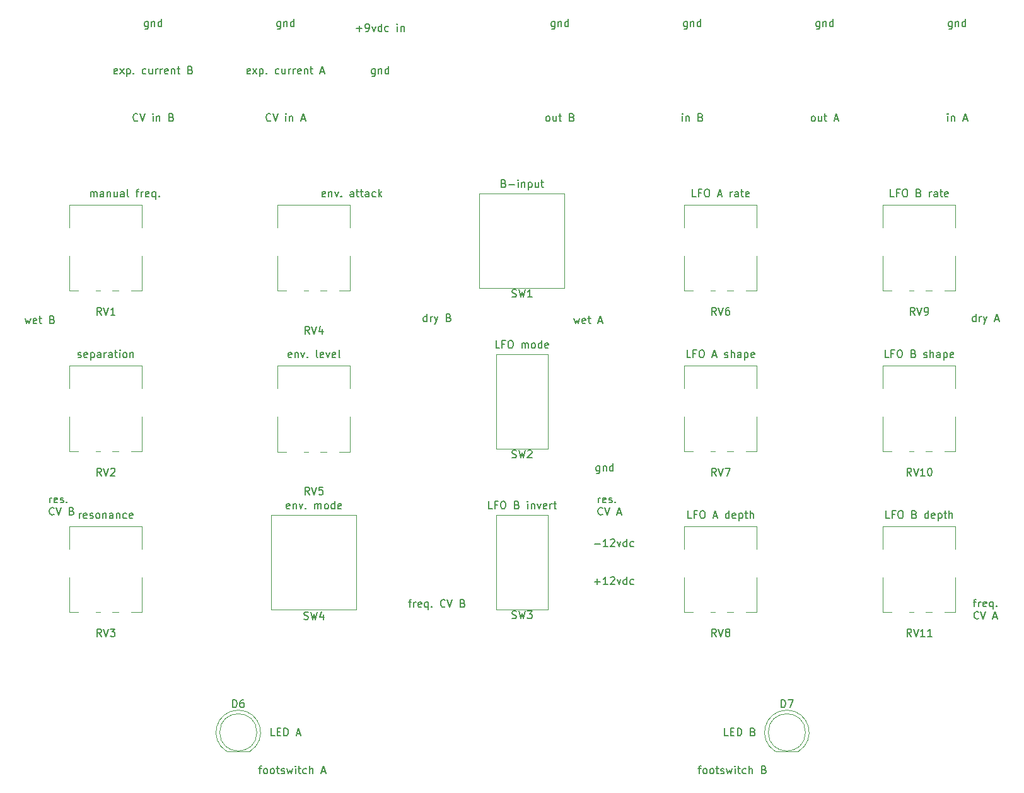
<source format=gto>
G04 #@! TF.GenerationSoftware,KiCad,Pcbnew,5.1.10-88a1d61d58~90~ubuntu20.04.1*
G04 #@! TF.CreationDate,2021-08-08T15:21:02-04:00*
G04 #@! TF.ProjectId,stereo_whooshy_sound_main_pcb,73746572-656f-45f7-9768-6f6f7368795f,0*
G04 #@! TF.SameCoordinates,Original*
G04 #@! TF.FileFunction,Legend,Top*
G04 #@! TF.FilePolarity,Positive*
%FSLAX46Y46*%
G04 Gerber Fmt 4.6, Leading zero omitted, Abs format (unit mm)*
G04 Created by KiCad (PCBNEW 5.1.10-88a1d61d58~90~ubuntu20.04.1) date 2021-08-08 15:21:02*
%MOMM*%
%LPD*%
G01*
G04 APERTURE LIST*
%ADD10C,0.150000*%
%ADD11C,0.120000*%
%ADD12C,3.000000*%
%ADD13C,2.000000*%
%ADD14C,1.600000*%
%ADD15O,2.000000X3.500000*%
%ADD16O,3.300000X2.000000*%
%ADD17R,4.000000X2.000000*%
%ADD18O,1.700000X1.700000*%
%ADD19R,1.700000X1.700000*%
%ADD20C,1.800000*%
%ADD21R,1.800000X1.800000*%
%ADD22O,2.720000X3.240000*%
%ADD23C,2.500000*%
G04 APERTURE END LIST*
D10*
X21534523Y-7405714D02*
X21534523Y-8215238D01*
X21486904Y-8310476D01*
X21439285Y-8358095D01*
X21344047Y-8405714D01*
X21201190Y-8405714D01*
X21105952Y-8358095D01*
X21534523Y-8024761D02*
X21439285Y-8072380D01*
X21248809Y-8072380D01*
X21153571Y-8024761D01*
X21105952Y-7977142D01*
X21058333Y-7881904D01*
X21058333Y-7596190D01*
X21105952Y-7500952D01*
X21153571Y-7453333D01*
X21248809Y-7405714D01*
X21439285Y-7405714D01*
X21534523Y-7453333D01*
X22010714Y-7405714D02*
X22010714Y-8072380D01*
X22010714Y-7500952D02*
X22058333Y-7453333D01*
X22153571Y-7405714D01*
X22296428Y-7405714D01*
X22391666Y-7453333D01*
X22439285Y-7548571D01*
X22439285Y-8072380D01*
X23344047Y-8072380D02*
X23344047Y-7072380D01*
X23344047Y-8024761D02*
X23248809Y-8072380D01*
X23058333Y-8072380D01*
X22963095Y-8024761D01*
X22915476Y-7977142D01*
X22867857Y-7881904D01*
X22867857Y-7596190D01*
X22915476Y-7500952D01*
X22963095Y-7453333D01*
X23058333Y-7405714D01*
X23248809Y-7405714D01*
X23344047Y-7453333D01*
X39314523Y-7405714D02*
X39314523Y-8215238D01*
X39266904Y-8310476D01*
X39219285Y-8358095D01*
X39124047Y-8405714D01*
X38981190Y-8405714D01*
X38885952Y-8358095D01*
X39314523Y-8024761D02*
X39219285Y-8072380D01*
X39028809Y-8072380D01*
X38933571Y-8024761D01*
X38885952Y-7977142D01*
X38838333Y-7881904D01*
X38838333Y-7596190D01*
X38885952Y-7500952D01*
X38933571Y-7453333D01*
X39028809Y-7405714D01*
X39219285Y-7405714D01*
X39314523Y-7453333D01*
X39790714Y-7405714D02*
X39790714Y-8072380D01*
X39790714Y-7500952D02*
X39838333Y-7453333D01*
X39933571Y-7405714D01*
X40076428Y-7405714D01*
X40171666Y-7453333D01*
X40219285Y-7548571D01*
X40219285Y-8072380D01*
X41124047Y-8072380D02*
X41124047Y-7072380D01*
X41124047Y-8024761D02*
X41028809Y-8072380D01*
X40838333Y-8072380D01*
X40743095Y-8024761D01*
X40695476Y-7977142D01*
X40647857Y-7881904D01*
X40647857Y-7596190D01*
X40695476Y-7500952D01*
X40743095Y-7453333D01*
X40838333Y-7405714D01*
X41028809Y-7405714D01*
X41124047Y-7453333D01*
X52014523Y-13755714D02*
X52014523Y-14565238D01*
X51966904Y-14660476D01*
X51919285Y-14708095D01*
X51824047Y-14755714D01*
X51681190Y-14755714D01*
X51585952Y-14708095D01*
X52014523Y-14374761D02*
X51919285Y-14422380D01*
X51728809Y-14422380D01*
X51633571Y-14374761D01*
X51585952Y-14327142D01*
X51538333Y-14231904D01*
X51538333Y-13946190D01*
X51585952Y-13850952D01*
X51633571Y-13803333D01*
X51728809Y-13755714D01*
X51919285Y-13755714D01*
X52014523Y-13803333D01*
X52490714Y-13755714D02*
X52490714Y-14422380D01*
X52490714Y-13850952D02*
X52538333Y-13803333D01*
X52633571Y-13755714D01*
X52776428Y-13755714D01*
X52871666Y-13803333D01*
X52919285Y-13898571D01*
X52919285Y-14422380D01*
X53824047Y-14422380D02*
X53824047Y-13422380D01*
X53824047Y-14374761D02*
X53728809Y-14422380D01*
X53538333Y-14422380D01*
X53443095Y-14374761D01*
X53395476Y-14327142D01*
X53347857Y-14231904D01*
X53347857Y-13946190D01*
X53395476Y-13850952D01*
X53443095Y-13803333D01*
X53538333Y-13755714D01*
X53728809Y-13755714D01*
X53824047Y-13803333D01*
X76144523Y-7405714D02*
X76144523Y-8215238D01*
X76096904Y-8310476D01*
X76049285Y-8358095D01*
X75954047Y-8405714D01*
X75811190Y-8405714D01*
X75715952Y-8358095D01*
X76144523Y-8024761D02*
X76049285Y-8072380D01*
X75858809Y-8072380D01*
X75763571Y-8024761D01*
X75715952Y-7977142D01*
X75668333Y-7881904D01*
X75668333Y-7596190D01*
X75715952Y-7500952D01*
X75763571Y-7453333D01*
X75858809Y-7405714D01*
X76049285Y-7405714D01*
X76144523Y-7453333D01*
X76620714Y-7405714D02*
X76620714Y-8072380D01*
X76620714Y-7500952D02*
X76668333Y-7453333D01*
X76763571Y-7405714D01*
X76906428Y-7405714D01*
X77001666Y-7453333D01*
X77049285Y-7548571D01*
X77049285Y-8072380D01*
X77954047Y-8072380D02*
X77954047Y-7072380D01*
X77954047Y-8024761D02*
X77858809Y-8072380D01*
X77668333Y-8072380D01*
X77573095Y-8024761D01*
X77525476Y-7977142D01*
X77477857Y-7881904D01*
X77477857Y-7596190D01*
X77525476Y-7500952D01*
X77573095Y-7453333D01*
X77668333Y-7405714D01*
X77858809Y-7405714D01*
X77954047Y-7453333D01*
X93924523Y-7405714D02*
X93924523Y-8215238D01*
X93876904Y-8310476D01*
X93829285Y-8358095D01*
X93734047Y-8405714D01*
X93591190Y-8405714D01*
X93495952Y-8358095D01*
X93924523Y-8024761D02*
X93829285Y-8072380D01*
X93638809Y-8072380D01*
X93543571Y-8024761D01*
X93495952Y-7977142D01*
X93448333Y-7881904D01*
X93448333Y-7596190D01*
X93495952Y-7500952D01*
X93543571Y-7453333D01*
X93638809Y-7405714D01*
X93829285Y-7405714D01*
X93924523Y-7453333D01*
X94400714Y-7405714D02*
X94400714Y-8072380D01*
X94400714Y-7500952D02*
X94448333Y-7453333D01*
X94543571Y-7405714D01*
X94686428Y-7405714D01*
X94781666Y-7453333D01*
X94829285Y-7548571D01*
X94829285Y-8072380D01*
X95734047Y-8072380D02*
X95734047Y-7072380D01*
X95734047Y-8024761D02*
X95638809Y-8072380D01*
X95448333Y-8072380D01*
X95353095Y-8024761D01*
X95305476Y-7977142D01*
X95257857Y-7881904D01*
X95257857Y-7596190D01*
X95305476Y-7500952D01*
X95353095Y-7453333D01*
X95448333Y-7405714D01*
X95638809Y-7405714D01*
X95734047Y-7453333D01*
X111704523Y-7405714D02*
X111704523Y-8215238D01*
X111656904Y-8310476D01*
X111609285Y-8358095D01*
X111514047Y-8405714D01*
X111371190Y-8405714D01*
X111275952Y-8358095D01*
X111704523Y-8024761D02*
X111609285Y-8072380D01*
X111418809Y-8072380D01*
X111323571Y-8024761D01*
X111275952Y-7977142D01*
X111228333Y-7881904D01*
X111228333Y-7596190D01*
X111275952Y-7500952D01*
X111323571Y-7453333D01*
X111418809Y-7405714D01*
X111609285Y-7405714D01*
X111704523Y-7453333D01*
X112180714Y-7405714D02*
X112180714Y-8072380D01*
X112180714Y-7500952D02*
X112228333Y-7453333D01*
X112323571Y-7405714D01*
X112466428Y-7405714D01*
X112561666Y-7453333D01*
X112609285Y-7548571D01*
X112609285Y-8072380D01*
X113514047Y-8072380D02*
X113514047Y-7072380D01*
X113514047Y-8024761D02*
X113418809Y-8072380D01*
X113228333Y-8072380D01*
X113133095Y-8024761D01*
X113085476Y-7977142D01*
X113037857Y-7881904D01*
X113037857Y-7596190D01*
X113085476Y-7500952D01*
X113133095Y-7453333D01*
X113228333Y-7405714D01*
X113418809Y-7405714D01*
X113514047Y-7453333D01*
X129484523Y-7405714D02*
X129484523Y-8215238D01*
X129436904Y-8310476D01*
X129389285Y-8358095D01*
X129294047Y-8405714D01*
X129151190Y-8405714D01*
X129055952Y-8358095D01*
X129484523Y-8024761D02*
X129389285Y-8072380D01*
X129198809Y-8072380D01*
X129103571Y-8024761D01*
X129055952Y-7977142D01*
X129008333Y-7881904D01*
X129008333Y-7596190D01*
X129055952Y-7500952D01*
X129103571Y-7453333D01*
X129198809Y-7405714D01*
X129389285Y-7405714D01*
X129484523Y-7453333D01*
X129960714Y-7405714D02*
X129960714Y-8072380D01*
X129960714Y-7500952D02*
X130008333Y-7453333D01*
X130103571Y-7405714D01*
X130246428Y-7405714D01*
X130341666Y-7453333D01*
X130389285Y-7548571D01*
X130389285Y-8072380D01*
X131294047Y-8072380D02*
X131294047Y-7072380D01*
X131294047Y-8024761D02*
X131198809Y-8072380D01*
X131008333Y-8072380D01*
X130913095Y-8024761D01*
X130865476Y-7977142D01*
X130817857Y-7881904D01*
X130817857Y-7596190D01*
X130865476Y-7500952D01*
X130913095Y-7453333D01*
X131008333Y-7405714D01*
X131198809Y-7405714D01*
X131294047Y-7453333D01*
X82171166Y-67095714D02*
X82171166Y-67905238D01*
X82123547Y-68000476D01*
X82075928Y-68048095D01*
X81980690Y-68095714D01*
X81837833Y-68095714D01*
X81742595Y-68048095D01*
X82171166Y-67714761D02*
X82075928Y-67762380D01*
X81885452Y-67762380D01*
X81790214Y-67714761D01*
X81742595Y-67667142D01*
X81694976Y-67571904D01*
X81694976Y-67286190D01*
X81742595Y-67190952D01*
X81790214Y-67143333D01*
X81885452Y-67095714D01*
X82075928Y-67095714D01*
X82171166Y-67143333D01*
X82647357Y-67095714D02*
X82647357Y-67762380D01*
X82647357Y-67190952D02*
X82694976Y-67143333D01*
X82790214Y-67095714D01*
X82933071Y-67095714D01*
X83028309Y-67143333D01*
X83075928Y-67238571D01*
X83075928Y-67762380D01*
X83980690Y-67762380D02*
X83980690Y-66762380D01*
X83980690Y-67714761D02*
X83885452Y-67762380D01*
X83694976Y-67762380D01*
X83599738Y-67714761D01*
X83552119Y-67667142D01*
X83504500Y-67571904D01*
X83504500Y-67286190D01*
X83552119Y-67190952D01*
X83599738Y-67143333D01*
X83694976Y-67095714D01*
X83885452Y-67095714D01*
X83980690Y-67143333D01*
X81488595Y-77541428D02*
X82250500Y-77541428D01*
X83250500Y-77922380D02*
X82679071Y-77922380D01*
X82964785Y-77922380D02*
X82964785Y-76922380D01*
X82869547Y-77065238D01*
X82774309Y-77160476D01*
X82679071Y-77208095D01*
X83631452Y-77017619D02*
X83679071Y-76970000D01*
X83774309Y-76922380D01*
X84012404Y-76922380D01*
X84107642Y-76970000D01*
X84155261Y-77017619D01*
X84202880Y-77112857D01*
X84202880Y-77208095D01*
X84155261Y-77350952D01*
X83583833Y-77922380D01*
X84202880Y-77922380D01*
X84536214Y-77255714D02*
X84774309Y-77922380D01*
X85012404Y-77255714D01*
X85821928Y-77922380D02*
X85821928Y-76922380D01*
X85821928Y-77874761D02*
X85726690Y-77922380D01*
X85536214Y-77922380D01*
X85440976Y-77874761D01*
X85393357Y-77827142D01*
X85345738Y-77731904D01*
X85345738Y-77446190D01*
X85393357Y-77350952D01*
X85440976Y-77303333D01*
X85536214Y-77255714D01*
X85726690Y-77255714D01*
X85821928Y-77303333D01*
X86726690Y-77874761D02*
X86631452Y-77922380D01*
X86440976Y-77922380D01*
X86345738Y-77874761D01*
X86298119Y-77827142D01*
X86250500Y-77731904D01*
X86250500Y-77446190D01*
X86298119Y-77350952D01*
X86345738Y-77303333D01*
X86440976Y-77255714D01*
X86631452Y-77255714D01*
X86726690Y-77303333D01*
X81488595Y-82621428D02*
X82250500Y-82621428D01*
X81869547Y-83002380D02*
X81869547Y-82240476D01*
X83250500Y-83002380D02*
X82679071Y-83002380D01*
X82964785Y-83002380D02*
X82964785Y-82002380D01*
X82869547Y-82145238D01*
X82774309Y-82240476D01*
X82679071Y-82288095D01*
X83631452Y-82097619D02*
X83679071Y-82050000D01*
X83774309Y-82002380D01*
X84012404Y-82002380D01*
X84107642Y-82050000D01*
X84155261Y-82097619D01*
X84202880Y-82192857D01*
X84202880Y-82288095D01*
X84155261Y-82430952D01*
X83583833Y-83002380D01*
X84202880Y-83002380D01*
X84536214Y-82335714D02*
X84774309Y-83002380D01*
X85012404Y-82335714D01*
X85821928Y-83002380D02*
X85821928Y-82002380D01*
X85821928Y-82954761D02*
X85726690Y-83002380D01*
X85536214Y-83002380D01*
X85440976Y-82954761D01*
X85393357Y-82907142D01*
X85345738Y-82811904D01*
X85345738Y-82526190D01*
X85393357Y-82430952D01*
X85440976Y-82383333D01*
X85536214Y-82335714D01*
X85726690Y-82335714D01*
X85821928Y-82383333D01*
X86726690Y-82954761D02*
X86631452Y-83002380D01*
X86440976Y-83002380D01*
X86345738Y-82954761D01*
X86298119Y-82907142D01*
X86250500Y-82811904D01*
X86250500Y-82526190D01*
X86298119Y-82430952D01*
X86345738Y-82383333D01*
X86440976Y-82335714D01*
X86631452Y-82335714D01*
X86726690Y-82383333D01*
X132365952Y-85320714D02*
X132746904Y-85320714D01*
X132508809Y-85987380D02*
X132508809Y-85130238D01*
X132556428Y-85035000D01*
X132651666Y-84987380D01*
X132746904Y-84987380D01*
X133080238Y-85987380D02*
X133080238Y-85320714D01*
X133080238Y-85511190D02*
X133127857Y-85415952D01*
X133175476Y-85368333D01*
X133270714Y-85320714D01*
X133365952Y-85320714D01*
X134080238Y-85939761D02*
X133985000Y-85987380D01*
X133794523Y-85987380D01*
X133699285Y-85939761D01*
X133651666Y-85844523D01*
X133651666Y-85463571D01*
X133699285Y-85368333D01*
X133794523Y-85320714D01*
X133985000Y-85320714D01*
X134080238Y-85368333D01*
X134127857Y-85463571D01*
X134127857Y-85558809D01*
X133651666Y-85654047D01*
X134985000Y-85320714D02*
X134985000Y-86320714D01*
X134985000Y-85939761D02*
X134889761Y-85987380D01*
X134699285Y-85987380D01*
X134604047Y-85939761D01*
X134556428Y-85892142D01*
X134508809Y-85796904D01*
X134508809Y-85511190D01*
X134556428Y-85415952D01*
X134604047Y-85368333D01*
X134699285Y-85320714D01*
X134889761Y-85320714D01*
X134985000Y-85368333D01*
X135461190Y-85892142D02*
X135508809Y-85939761D01*
X135461190Y-85987380D01*
X135413571Y-85939761D01*
X135461190Y-85892142D01*
X135461190Y-85987380D01*
X133056428Y-87542142D02*
X133008809Y-87589761D01*
X132865952Y-87637380D01*
X132770714Y-87637380D01*
X132627857Y-87589761D01*
X132532619Y-87494523D01*
X132485000Y-87399285D01*
X132437380Y-87208809D01*
X132437380Y-87065952D01*
X132485000Y-86875476D01*
X132532619Y-86780238D01*
X132627857Y-86685000D01*
X132770714Y-86637380D01*
X132865952Y-86637380D01*
X133008809Y-86685000D01*
X133056428Y-86732619D01*
X133342142Y-86637380D02*
X133675476Y-87637380D01*
X134008809Y-86637380D01*
X135056428Y-87351666D02*
X135532619Y-87351666D01*
X134961190Y-87637380D02*
X135294523Y-86637380D01*
X135627857Y-87637380D01*
X132699285Y-47696380D02*
X132699285Y-46696380D01*
X132699285Y-47648761D02*
X132604047Y-47696380D01*
X132413571Y-47696380D01*
X132318333Y-47648761D01*
X132270714Y-47601142D01*
X132223095Y-47505904D01*
X132223095Y-47220190D01*
X132270714Y-47124952D01*
X132318333Y-47077333D01*
X132413571Y-47029714D01*
X132604047Y-47029714D01*
X132699285Y-47077333D01*
X133175476Y-47696380D02*
X133175476Y-47029714D01*
X133175476Y-47220190D02*
X133223095Y-47124952D01*
X133270714Y-47077333D01*
X133365952Y-47029714D01*
X133461190Y-47029714D01*
X133699285Y-47029714D02*
X133937380Y-47696380D01*
X134175476Y-47029714D02*
X133937380Y-47696380D01*
X133842142Y-47934476D01*
X133794523Y-47982095D01*
X133699285Y-48029714D01*
X135270714Y-47410666D02*
X135746904Y-47410666D01*
X135175476Y-47696380D02*
X135508809Y-46696380D01*
X135842142Y-47696380D01*
X78740238Y-47283714D02*
X78930714Y-47950380D01*
X79121190Y-47474190D01*
X79311666Y-47950380D01*
X79502142Y-47283714D01*
X80264047Y-47902761D02*
X80168809Y-47950380D01*
X79978333Y-47950380D01*
X79883095Y-47902761D01*
X79835476Y-47807523D01*
X79835476Y-47426571D01*
X79883095Y-47331333D01*
X79978333Y-47283714D01*
X80168809Y-47283714D01*
X80264047Y-47331333D01*
X80311666Y-47426571D01*
X80311666Y-47521809D01*
X79835476Y-47617047D01*
X80597380Y-47283714D02*
X80978333Y-47283714D01*
X80740238Y-46950380D02*
X80740238Y-47807523D01*
X80787857Y-47902761D01*
X80883095Y-47950380D01*
X80978333Y-47950380D01*
X82025952Y-47664666D02*
X82502142Y-47664666D01*
X81930714Y-47950380D02*
X82264047Y-46950380D01*
X82597380Y-47950380D01*
X81996595Y-72017380D02*
X81996595Y-71350714D01*
X81996595Y-71541190D02*
X82044214Y-71445952D01*
X82091833Y-71398333D01*
X82187071Y-71350714D01*
X82282309Y-71350714D01*
X82996595Y-71969761D02*
X82901357Y-72017380D01*
X82710880Y-72017380D01*
X82615642Y-71969761D01*
X82568023Y-71874523D01*
X82568023Y-71493571D01*
X82615642Y-71398333D01*
X82710880Y-71350714D01*
X82901357Y-71350714D01*
X82996595Y-71398333D01*
X83044214Y-71493571D01*
X83044214Y-71588809D01*
X82568023Y-71684047D01*
X83425166Y-71969761D02*
X83520404Y-72017380D01*
X83710880Y-72017380D01*
X83806119Y-71969761D01*
X83853738Y-71874523D01*
X83853738Y-71826904D01*
X83806119Y-71731666D01*
X83710880Y-71684047D01*
X83568023Y-71684047D01*
X83472785Y-71636428D01*
X83425166Y-71541190D01*
X83425166Y-71493571D01*
X83472785Y-71398333D01*
X83568023Y-71350714D01*
X83710880Y-71350714D01*
X83806119Y-71398333D01*
X84282309Y-71922142D02*
X84329928Y-71969761D01*
X84282309Y-72017380D01*
X84234690Y-71969761D01*
X84282309Y-71922142D01*
X84282309Y-72017380D01*
X82568023Y-73572142D02*
X82520404Y-73619761D01*
X82377547Y-73667380D01*
X82282309Y-73667380D01*
X82139452Y-73619761D01*
X82044214Y-73524523D01*
X81996595Y-73429285D01*
X81948976Y-73238809D01*
X81948976Y-73095952D01*
X81996595Y-72905476D01*
X82044214Y-72810238D01*
X82139452Y-72715000D01*
X82282309Y-72667380D01*
X82377547Y-72667380D01*
X82520404Y-72715000D01*
X82568023Y-72762619D01*
X82853738Y-72667380D02*
X83187071Y-73667380D01*
X83520404Y-72667380D01*
X84568023Y-73381666D02*
X85044214Y-73381666D01*
X84472785Y-73667380D02*
X84806119Y-72667380D01*
X85139452Y-73667380D01*
X56515476Y-85383714D02*
X56896428Y-85383714D01*
X56658333Y-86050380D02*
X56658333Y-85193238D01*
X56705952Y-85098000D01*
X56801190Y-85050380D01*
X56896428Y-85050380D01*
X57229761Y-86050380D02*
X57229761Y-85383714D01*
X57229761Y-85574190D02*
X57277380Y-85478952D01*
X57325000Y-85431333D01*
X57420238Y-85383714D01*
X57515476Y-85383714D01*
X58229761Y-86002761D02*
X58134523Y-86050380D01*
X57944047Y-86050380D01*
X57848809Y-86002761D01*
X57801190Y-85907523D01*
X57801190Y-85526571D01*
X57848809Y-85431333D01*
X57944047Y-85383714D01*
X58134523Y-85383714D01*
X58229761Y-85431333D01*
X58277380Y-85526571D01*
X58277380Y-85621809D01*
X57801190Y-85717047D01*
X59134523Y-85383714D02*
X59134523Y-86383714D01*
X59134523Y-86002761D02*
X59039285Y-86050380D01*
X58848809Y-86050380D01*
X58753571Y-86002761D01*
X58705952Y-85955142D01*
X58658333Y-85859904D01*
X58658333Y-85574190D01*
X58705952Y-85478952D01*
X58753571Y-85431333D01*
X58848809Y-85383714D01*
X59039285Y-85383714D01*
X59134523Y-85431333D01*
X59610714Y-85955142D02*
X59658333Y-86002761D01*
X59610714Y-86050380D01*
X59563095Y-86002761D01*
X59610714Y-85955142D01*
X59610714Y-86050380D01*
X61420238Y-85955142D02*
X61372619Y-86002761D01*
X61229761Y-86050380D01*
X61134523Y-86050380D01*
X60991666Y-86002761D01*
X60896428Y-85907523D01*
X60848809Y-85812285D01*
X60801190Y-85621809D01*
X60801190Y-85478952D01*
X60848809Y-85288476D01*
X60896428Y-85193238D01*
X60991666Y-85098000D01*
X61134523Y-85050380D01*
X61229761Y-85050380D01*
X61372619Y-85098000D01*
X61420238Y-85145619D01*
X61705952Y-85050380D02*
X62039285Y-86050380D01*
X62372619Y-85050380D01*
X63801190Y-85526571D02*
X63944047Y-85574190D01*
X63991666Y-85621809D01*
X64039285Y-85717047D01*
X64039285Y-85859904D01*
X63991666Y-85955142D01*
X63944047Y-86002761D01*
X63848809Y-86050380D01*
X63467857Y-86050380D01*
X63467857Y-85050380D01*
X63801190Y-85050380D01*
X63896428Y-85098000D01*
X63944047Y-85145619D01*
X63991666Y-85240857D01*
X63991666Y-85336095D01*
X63944047Y-85431333D01*
X63896428Y-85478952D01*
X63801190Y-85526571D01*
X63467857Y-85526571D01*
X58967857Y-47696380D02*
X58967857Y-46696380D01*
X58967857Y-47648761D02*
X58872619Y-47696380D01*
X58682142Y-47696380D01*
X58586904Y-47648761D01*
X58539285Y-47601142D01*
X58491666Y-47505904D01*
X58491666Y-47220190D01*
X58539285Y-47124952D01*
X58586904Y-47077333D01*
X58682142Y-47029714D01*
X58872619Y-47029714D01*
X58967857Y-47077333D01*
X59444047Y-47696380D02*
X59444047Y-47029714D01*
X59444047Y-47220190D02*
X59491666Y-47124952D01*
X59539285Y-47077333D01*
X59634523Y-47029714D01*
X59729761Y-47029714D01*
X59967857Y-47029714D02*
X60205952Y-47696380D01*
X60444047Y-47029714D02*
X60205952Y-47696380D01*
X60110714Y-47934476D01*
X60063095Y-47982095D01*
X59967857Y-48029714D01*
X61920238Y-47172571D02*
X62063095Y-47220190D01*
X62110714Y-47267809D01*
X62158333Y-47363047D01*
X62158333Y-47505904D01*
X62110714Y-47601142D01*
X62063095Y-47648761D01*
X61967857Y-47696380D01*
X61586904Y-47696380D01*
X61586904Y-46696380D01*
X61920238Y-46696380D01*
X62015476Y-46744000D01*
X62063095Y-46791619D01*
X62110714Y-46886857D01*
X62110714Y-46982095D01*
X62063095Y-47077333D01*
X62015476Y-47124952D01*
X61920238Y-47172571D01*
X61586904Y-47172571D01*
X8336595Y-72017380D02*
X8336595Y-71350714D01*
X8336595Y-71541190D02*
X8384214Y-71445952D01*
X8431833Y-71398333D01*
X8527071Y-71350714D01*
X8622309Y-71350714D01*
X9336595Y-71969761D02*
X9241357Y-72017380D01*
X9050880Y-72017380D01*
X8955642Y-71969761D01*
X8908023Y-71874523D01*
X8908023Y-71493571D01*
X8955642Y-71398333D01*
X9050880Y-71350714D01*
X9241357Y-71350714D01*
X9336595Y-71398333D01*
X9384214Y-71493571D01*
X9384214Y-71588809D01*
X8908023Y-71684047D01*
X9765166Y-71969761D02*
X9860404Y-72017380D01*
X10050880Y-72017380D01*
X10146119Y-71969761D01*
X10193738Y-71874523D01*
X10193738Y-71826904D01*
X10146119Y-71731666D01*
X10050880Y-71684047D01*
X9908023Y-71684047D01*
X9812785Y-71636428D01*
X9765166Y-71541190D01*
X9765166Y-71493571D01*
X9812785Y-71398333D01*
X9908023Y-71350714D01*
X10050880Y-71350714D01*
X10146119Y-71398333D01*
X10622309Y-71922142D02*
X10669928Y-71969761D01*
X10622309Y-72017380D01*
X10574690Y-71969761D01*
X10622309Y-71922142D01*
X10622309Y-72017380D01*
X8908023Y-73572142D02*
X8860404Y-73619761D01*
X8717547Y-73667380D01*
X8622309Y-73667380D01*
X8479452Y-73619761D01*
X8384214Y-73524523D01*
X8336595Y-73429285D01*
X8288976Y-73238809D01*
X8288976Y-73095952D01*
X8336595Y-72905476D01*
X8384214Y-72810238D01*
X8479452Y-72715000D01*
X8622309Y-72667380D01*
X8717547Y-72667380D01*
X8860404Y-72715000D01*
X8908023Y-72762619D01*
X9193738Y-72667380D02*
X9527071Y-73667380D01*
X9860404Y-72667380D01*
X11288976Y-73143571D02*
X11431833Y-73191190D01*
X11479452Y-73238809D01*
X11527071Y-73334047D01*
X11527071Y-73476904D01*
X11479452Y-73572142D01*
X11431833Y-73619761D01*
X11336595Y-73667380D01*
X10955642Y-73667380D01*
X10955642Y-72667380D01*
X11288976Y-72667380D01*
X11384214Y-72715000D01*
X11431833Y-72762619D01*
X11479452Y-72857857D01*
X11479452Y-72953095D01*
X11431833Y-73048333D01*
X11384214Y-73095952D01*
X11288976Y-73143571D01*
X10955642Y-73143571D01*
X5008809Y-47283714D02*
X5199285Y-47950380D01*
X5389761Y-47474190D01*
X5580238Y-47950380D01*
X5770714Y-47283714D01*
X6532619Y-47902761D02*
X6437380Y-47950380D01*
X6246904Y-47950380D01*
X6151666Y-47902761D01*
X6104047Y-47807523D01*
X6104047Y-47426571D01*
X6151666Y-47331333D01*
X6246904Y-47283714D01*
X6437380Y-47283714D01*
X6532619Y-47331333D01*
X6580238Y-47426571D01*
X6580238Y-47521809D01*
X6104047Y-47617047D01*
X6865952Y-47283714D02*
X7246904Y-47283714D01*
X7008809Y-46950380D02*
X7008809Y-47807523D01*
X7056428Y-47902761D01*
X7151666Y-47950380D01*
X7246904Y-47950380D01*
X8675476Y-47426571D02*
X8818333Y-47474190D01*
X8865952Y-47521809D01*
X8913571Y-47617047D01*
X8913571Y-47759904D01*
X8865952Y-47855142D01*
X8818333Y-47902761D01*
X8723095Y-47950380D01*
X8342142Y-47950380D01*
X8342142Y-46950380D01*
X8675476Y-46950380D01*
X8770714Y-46998000D01*
X8818333Y-47045619D01*
X8865952Y-47140857D01*
X8865952Y-47236095D01*
X8818333Y-47331333D01*
X8770714Y-47378952D01*
X8675476Y-47426571D01*
X8342142Y-47426571D01*
X95391785Y-107735714D02*
X95772738Y-107735714D01*
X95534642Y-108402380D02*
X95534642Y-107545238D01*
X95582261Y-107450000D01*
X95677500Y-107402380D01*
X95772738Y-107402380D01*
X96248928Y-108402380D02*
X96153690Y-108354761D01*
X96106071Y-108307142D01*
X96058452Y-108211904D01*
X96058452Y-107926190D01*
X96106071Y-107830952D01*
X96153690Y-107783333D01*
X96248928Y-107735714D01*
X96391785Y-107735714D01*
X96487023Y-107783333D01*
X96534642Y-107830952D01*
X96582261Y-107926190D01*
X96582261Y-108211904D01*
X96534642Y-108307142D01*
X96487023Y-108354761D01*
X96391785Y-108402380D01*
X96248928Y-108402380D01*
X97153690Y-108402380D02*
X97058452Y-108354761D01*
X97010833Y-108307142D01*
X96963214Y-108211904D01*
X96963214Y-107926190D01*
X97010833Y-107830952D01*
X97058452Y-107783333D01*
X97153690Y-107735714D01*
X97296547Y-107735714D01*
X97391785Y-107783333D01*
X97439404Y-107830952D01*
X97487023Y-107926190D01*
X97487023Y-108211904D01*
X97439404Y-108307142D01*
X97391785Y-108354761D01*
X97296547Y-108402380D01*
X97153690Y-108402380D01*
X97772738Y-107735714D02*
X98153690Y-107735714D01*
X97915595Y-107402380D02*
X97915595Y-108259523D01*
X97963214Y-108354761D01*
X98058452Y-108402380D01*
X98153690Y-108402380D01*
X98439404Y-108354761D02*
X98534642Y-108402380D01*
X98725119Y-108402380D01*
X98820357Y-108354761D01*
X98867976Y-108259523D01*
X98867976Y-108211904D01*
X98820357Y-108116666D01*
X98725119Y-108069047D01*
X98582261Y-108069047D01*
X98487023Y-108021428D01*
X98439404Y-107926190D01*
X98439404Y-107878571D01*
X98487023Y-107783333D01*
X98582261Y-107735714D01*
X98725119Y-107735714D01*
X98820357Y-107783333D01*
X99201309Y-107735714D02*
X99391785Y-108402380D01*
X99582261Y-107926190D01*
X99772738Y-108402380D01*
X99963214Y-107735714D01*
X100344166Y-108402380D02*
X100344166Y-107735714D01*
X100344166Y-107402380D02*
X100296547Y-107450000D01*
X100344166Y-107497619D01*
X100391785Y-107450000D01*
X100344166Y-107402380D01*
X100344166Y-107497619D01*
X100677500Y-107735714D02*
X101058452Y-107735714D01*
X100820357Y-107402380D02*
X100820357Y-108259523D01*
X100867976Y-108354761D01*
X100963214Y-108402380D01*
X101058452Y-108402380D01*
X101820357Y-108354761D02*
X101725119Y-108402380D01*
X101534642Y-108402380D01*
X101439404Y-108354761D01*
X101391785Y-108307142D01*
X101344166Y-108211904D01*
X101344166Y-107926190D01*
X101391785Y-107830952D01*
X101439404Y-107783333D01*
X101534642Y-107735714D01*
X101725119Y-107735714D01*
X101820357Y-107783333D01*
X102248928Y-108402380D02*
X102248928Y-107402380D01*
X102677500Y-108402380D02*
X102677500Y-107878571D01*
X102629880Y-107783333D01*
X102534642Y-107735714D01*
X102391785Y-107735714D01*
X102296547Y-107783333D01*
X102248928Y-107830952D01*
X104248928Y-107878571D02*
X104391785Y-107926190D01*
X104439404Y-107973809D01*
X104487023Y-108069047D01*
X104487023Y-108211904D01*
X104439404Y-108307142D01*
X104391785Y-108354761D01*
X104296547Y-108402380D01*
X103915595Y-108402380D01*
X103915595Y-107402380D01*
X104248928Y-107402380D01*
X104344166Y-107450000D01*
X104391785Y-107497619D01*
X104439404Y-107592857D01*
X104439404Y-107688095D01*
X104391785Y-107783333D01*
X104344166Y-107830952D01*
X104248928Y-107878571D01*
X103915595Y-107878571D01*
X36387738Y-107735714D02*
X36768690Y-107735714D01*
X36530595Y-108402380D02*
X36530595Y-107545238D01*
X36578214Y-107450000D01*
X36673452Y-107402380D01*
X36768690Y-107402380D01*
X37244880Y-108402380D02*
X37149642Y-108354761D01*
X37102023Y-108307142D01*
X37054404Y-108211904D01*
X37054404Y-107926190D01*
X37102023Y-107830952D01*
X37149642Y-107783333D01*
X37244880Y-107735714D01*
X37387738Y-107735714D01*
X37482976Y-107783333D01*
X37530595Y-107830952D01*
X37578214Y-107926190D01*
X37578214Y-108211904D01*
X37530595Y-108307142D01*
X37482976Y-108354761D01*
X37387738Y-108402380D01*
X37244880Y-108402380D01*
X38149642Y-108402380D02*
X38054404Y-108354761D01*
X38006785Y-108307142D01*
X37959166Y-108211904D01*
X37959166Y-107926190D01*
X38006785Y-107830952D01*
X38054404Y-107783333D01*
X38149642Y-107735714D01*
X38292500Y-107735714D01*
X38387738Y-107783333D01*
X38435357Y-107830952D01*
X38482976Y-107926190D01*
X38482976Y-108211904D01*
X38435357Y-108307142D01*
X38387738Y-108354761D01*
X38292500Y-108402380D01*
X38149642Y-108402380D01*
X38768690Y-107735714D02*
X39149642Y-107735714D01*
X38911547Y-107402380D02*
X38911547Y-108259523D01*
X38959166Y-108354761D01*
X39054404Y-108402380D01*
X39149642Y-108402380D01*
X39435357Y-108354761D02*
X39530595Y-108402380D01*
X39721071Y-108402380D01*
X39816309Y-108354761D01*
X39863928Y-108259523D01*
X39863928Y-108211904D01*
X39816309Y-108116666D01*
X39721071Y-108069047D01*
X39578214Y-108069047D01*
X39482976Y-108021428D01*
X39435357Y-107926190D01*
X39435357Y-107878571D01*
X39482976Y-107783333D01*
X39578214Y-107735714D01*
X39721071Y-107735714D01*
X39816309Y-107783333D01*
X40197261Y-107735714D02*
X40387738Y-108402380D01*
X40578214Y-107926190D01*
X40768690Y-108402380D01*
X40959166Y-107735714D01*
X41340119Y-108402380D02*
X41340119Y-107735714D01*
X41340119Y-107402380D02*
X41292500Y-107450000D01*
X41340119Y-107497619D01*
X41387738Y-107450000D01*
X41340119Y-107402380D01*
X41340119Y-107497619D01*
X41673452Y-107735714D02*
X42054404Y-107735714D01*
X41816309Y-107402380D02*
X41816309Y-108259523D01*
X41863928Y-108354761D01*
X41959166Y-108402380D01*
X42054404Y-108402380D01*
X42816309Y-108354761D02*
X42721071Y-108402380D01*
X42530595Y-108402380D01*
X42435357Y-108354761D01*
X42387738Y-108307142D01*
X42340119Y-108211904D01*
X42340119Y-107926190D01*
X42387738Y-107830952D01*
X42435357Y-107783333D01*
X42530595Y-107735714D01*
X42721071Y-107735714D01*
X42816309Y-107783333D01*
X43244880Y-108402380D02*
X43244880Y-107402380D01*
X43673452Y-108402380D02*
X43673452Y-107878571D01*
X43625833Y-107783333D01*
X43530595Y-107735714D01*
X43387738Y-107735714D01*
X43292500Y-107783333D01*
X43244880Y-107830952D01*
X44863928Y-108116666D02*
X45340119Y-108116666D01*
X44768690Y-108402380D02*
X45102023Y-107402380D01*
X45435357Y-108402380D01*
X99441190Y-103322380D02*
X98965000Y-103322380D01*
X98965000Y-102322380D01*
X99774523Y-102798571D02*
X100107857Y-102798571D01*
X100250714Y-103322380D02*
X99774523Y-103322380D01*
X99774523Y-102322380D01*
X100250714Y-102322380D01*
X100679285Y-103322380D02*
X100679285Y-102322380D01*
X100917380Y-102322380D01*
X101060238Y-102370000D01*
X101155476Y-102465238D01*
X101203095Y-102560476D01*
X101250714Y-102750952D01*
X101250714Y-102893809D01*
X101203095Y-103084285D01*
X101155476Y-103179523D01*
X101060238Y-103274761D01*
X100917380Y-103322380D01*
X100679285Y-103322380D01*
X102774523Y-102798571D02*
X102917380Y-102846190D01*
X102965000Y-102893809D01*
X103012619Y-102989047D01*
X103012619Y-103131904D01*
X102965000Y-103227142D01*
X102917380Y-103274761D01*
X102822142Y-103322380D01*
X102441190Y-103322380D01*
X102441190Y-102322380D01*
X102774523Y-102322380D01*
X102869761Y-102370000D01*
X102917380Y-102417619D01*
X102965000Y-102512857D01*
X102965000Y-102608095D01*
X102917380Y-102703333D01*
X102869761Y-102750952D01*
X102774523Y-102798571D01*
X102441190Y-102798571D01*
X38552619Y-103322380D02*
X38076428Y-103322380D01*
X38076428Y-102322380D01*
X38885952Y-102798571D02*
X39219285Y-102798571D01*
X39362142Y-103322380D02*
X38885952Y-103322380D01*
X38885952Y-102322380D01*
X39362142Y-102322380D01*
X39790714Y-103322380D02*
X39790714Y-102322380D01*
X40028809Y-102322380D01*
X40171666Y-102370000D01*
X40266904Y-102465238D01*
X40314523Y-102560476D01*
X40362142Y-102750952D01*
X40362142Y-102893809D01*
X40314523Y-103084285D01*
X40266904Y-103179523D01*
X40171666Y-103274761D01*
X40028809Y-103322380D01*
X39790714Y-103322380D01*
X41505000Y-103036666D02*
X41981190Y-103036666D01*
X41409761Y-103322380D02*
X41743095Y-102322380D01*
X42076428Y-103322380D01*
X49514523Y-8326428D02*
X50276428Y-8326428D01*
X49895476Y-8707380D02*
X49895476Y-7945476D01*
X50800238Y-8707380D02*
X50990714Y-8707380D01*
X51085952Y-8659761D01*
X51133571Y-8612142D01*
X51228809Y-8469285D01*
X51276428Y-8278809D01*
X51276428Y-7897857D01*
X51228809Y-7802619D01*
X51181190Y-7755000D01*
X51085952Y-7707380D01*
X50895476Y-7707380D01*
X50800238Y-7755000D01*
X50752619Y-7802619D01*
X50705000Y-7897857D01*
X50705000Y-8135952D01*
X50752619Y-8231190D01*
X50800238Y-8278809D01*
X50895476Y-8326428D01*
X51085952Y-8326428D01*
X51181190Y-8278809D01*
X51228809Y-8231190D01*
X51276428Y-8135952D01*
X51609761Y-8040714D02*
X51847857Y-8707380D01*
X52085952Y-8040714D01*
X52895476Y-8707380D02*
X52895476Y-7707380D01*
X52895476Y-8659761D02*
X52800238Y-8707380D01*
X52609761Y-8707380D01*
X52514523Y-8659761D01*
X52466904Y-8612142D01*
X52419285Y-8516904D01*
X52419285Y-8231190D01*
X52466904Y-8135952D01*
X52514523Y-8088333D01*
X52609761Y-8040714D01*
X52800238Y-8040714D01*
X52895476Y-8088333D01*
X53800238Y-8659761D02*
X53705000Y-8707380D01*
X53514523Y-8707380D01*
X53419285Y-8659761D01*
X53371666Y-8612142D01*
X53324047Y-8516904D01*
X53324047Y-8231190D01*
X53371666Y-8135952D01*
X53419285Y-8088333D01*
X53514523Y-8040714D01*
X53705000Y-8040714D01*
X53800238Y-8088333D01*
X54990714Y-8707380D02*
X54990714Y-8040714D01*
X54990714Y-7707380D02*
X54943095Y-7755000D01*
X54990714Y-7802619D01*
X55038333Y-7755000D01*
X54990714Y-7707380D01*
X54990714Y-7802619D01*
X55466904Y-8040714D02*
X55466904Y-8707380D01*
X55466904Y-8135952D02*
X55514523Y-8088333D01*
X55609761Y-8040714D01*
X55752619Y-8040714D01*
X55847857Y-8088333D01*
X55895476Y-8183571D01*
X55895476Y-8707380D01*
X17391666Y-14374761D02*
X17296428Y-14422380D01*
X17105952Y-14422380D01*
X17010714Y-14374761D01*
X16963095Y-14279523D01*
X16963095Y-13898571D01*
X17010714Y-13803333D01*
X17105952Y-13755714D01*
X17296428Y-13755714D01*
X17391666Y-13803333D01*
X17439285Y-13898571D01*
X17439285Y-13993809D01*
X16963095Y-14089047D01*
X17772619Y-14422380D02*
X18296428Y-13755714D01*
X17772619Y-13755714D02*
X18296428Y-14422380D01*
X18677380Y-13755714D02*
X18677380Y-14755714D01*
X18677380Y-13803333D02*
X18772619Y-13755714D01*
X18963095Y-13755714D01*
X19058333Y-13803333D01*
X19105952Y-13850952D01*
X19153571Y-13946190D01*
X19153571Y-14231904D01*
X19105952Y-14327142D01*
X19058333Y-14374761D01*
X18963095Y-14422380D01*
X18772619Y-14422380D01*
X18677380Y-14374761D01*
X19582142Y-14327142D02*
X19629761Y-14374761D01*
X19582142Y-14422380D01*
X19534523Y-14374761D01*
X19582142Y-14327142D01*
X19582142Y-14422380D01*
X21248809Y-14374761D02*
X21153571Y-14422380D01*
X20963095Y-14422380D01*
X20867857Y-14374761D01*
X20820238Y-14327142D01*
X20772619Y-14231904D01*
X20772619Y-13946190D01*
X20820238Y-13850952D01*
X20867857Y-13803333D01*
X20963095Y-13755714D01*
X21153571Y-13755714D01*
X21248809Y-13803333D01*
X22105952Y-13755714D02*
X22105952Y-14422380D01*
X21677380Y-13755714D02*
X21677380Y-14279523D01*
X21725000Y-14374761D01*
X21820238Y-14422380D01*
X21963095Y-14422380D01*
X22058333Y-14374761D01*
X22105952Y-14327142D01*
X22582142Y-14422380D02*
X22582142Y-13755714D01*
X22582142Y-13946190D02*
X22629761Y-13850952D01*
X22677380Y-13803333D01*
X22772619Y-13755714D01*
X22867857Y-13755714D01*
X23201190Y-14422380D02*
X23201190Y-13755714D01*
X23201190Y-13946190D02*
X23248809Y-13850952D01*
X23296428Y-13803333D01*
X23391666Y-13755714D01*
X23486904Y-13755714D01*
X24201190Y-14374761D02*
X24105952Y-14422380D01*
X23915476Y-14422380D01*
X23820238Y-14374761D01*
X23772619Y-14279523D01*
X23772619Y-13898571D01*
X23820238Y-13803333D01*
X23915476Y-13755714D01*
X24105952Y-13755714D01*
X24201190Y-13803333D01*
X24248809Y-13898571D01*
X24248809Y-13993809D01*
X23772619Y-14089047D01*
X24677380Y-13755714D02*
X24677380Y-14422380D01*
X24677380Y-13850952D02*
X24725000Y-13803333D01*
X24820238Y-13755714D01*
X24963095Y-13755714D01*
X25058333Y-13803333D01*
X25105952Y-13898571D01*
X25105952Y-14422380D01*
X25439285Y-13755714D02*
X25820238Y-13755714D01*
X25582142Y-13422380D02*
X25582142Y-14279523D01*
X25629761Y-14374761D01*
X25725000Y-14422380D01*
X25820238Y-14422380D01*
X27248809Y-13898571D02*
X27391666Y-13946190D01*
X27439285Y-13993809D01*
X27486904Y-14089047D01*
X27486904Y-14231904D01*
X27439285Y-14327142D01*
X27391666Y-14374761D01*
X27296428Y-14422380D01*
X26915476Y-14422380D01*
X26915476Y-13422380D01*
X27248809Y-13422380D01*
X27344047Y-13470000D01*
X27391666Y-13517619D01*
X27439285Y-13612857D01*
X27439285Y-13708095D01*
X27391666Y-13803333D01*
X27344047Y-13850952D01*
X27248809Y-13898571D01*
X26915476Y-13898571D01*
X35243095Y-14374761D02*
X35147857Y-14422380D01*
X34957380Y-14422380D01*
X34862142Y-14374761D01*
X34814523Y-14279523D01*
X34814523Y-13898571D01*
X34862142Y-13803333D01*
X34957380Y-13755714D01*
X35147857Y-13755714D01*
X35243095Y-13803333D01*
X35290714Y-13898571D01*
X35290714Y-13993809D01*
X34814523Y-14089047D01*
X35624047Y-14422380D02*
X36147857Y-13755714D01*
X35624047Y-13755714D02*
X36147857Y-14422380D01*
X36528809Y-13755714D02*
X36528809Y-14755714D01*
X36528809Y-13803333D02*
X36624047Y-13755714D01*
X36814523Y-13755714D01*
X36909761Y-13803333D01*
X36957380Y-13850952D01*
X37005000Y-13946190D01*
X37005000Y-14231904D01*
X36957380Y-14327142D01*
X36909761Y-14374761D01*
X36814523Y-14422380D01*
X36624047Y-14422380D01*
X36528809Y-14374761D01*
X37433571Y-14327142D02*
X37481190Y-14374761D01*
X37433571Y-14422380D01*
X37385952Y-14374761D01*
X37433571Y-14327142D01*
X37433571Y-14422380D01*
X39100238Y-14374761D02*
X39005000Y-14422380D01*
X38814523Y-14422380D01*
X38719285Y-14374761D01*
X38671666Y-14327142D01*
X38624047Y-14231904D01*
X38624047Y-13946190D01*
X38671666Y-13850952D01*
X38719285Y-13803333D01*
X38814523Y-13755714D01*
X39005000Y-13755714D01*
X39100238Y-13803333D01*
X39957380Y-13755714D02*
X39957380Y-14422380D01*
X39528809Y-13755714D02*
X39528809Y-14279523D01*
X39576428Y-14374761D01*
X39671666Y-14422380D01*
X39814523Y-14422380D01*
X39909761Y-14374761D01*
X39957380Y-14327142D01*
X40433571Y-14422380D02*
X40433571Y-13755714D01*
X40433571Y-13946190D02*
X40481190Y-13850952D01*
X40528809Y-13803333D01*
X40624047Y-13755714D01*
X40719285Y-13755714D01*
X41052619Y-14422380D02*
X41052619Y-13755714D01*
X41052619Y-13946190D02*
X41100238Y-13850952D01*
X41147857Y-13803333D01*
X41243095Y-13755714D01*
X41338333Y-13755714D01*
X42052619Y-14374761D02*
X41957380Y-14422380D01*
X41766904Y-14422380D01*
X41671666Y-14374761D01*
X41624047Y-14279523D01*
X41624047Y-13898571D01*
X41671666Y-13803333D01*
X41766904Y-13755714D01*
X41957380Y-13755714D01*
X42052619Y-13803333D01*
X42100238Y-13898571D01*
X42100238Y-13993809D01*
X41624047Y-14089047D01*
X42528809Y-13755714D02*
X42528809Y-14422380D01*
X42528809Y-13850952D02*
X42576428Y-13803333D01*
X42671666Y-13755714D01*
X42814523Y-13755714D01*
X42909761Y-13803333D01*
X42957380Y-13898571D01*
X42957380Y-14422380D01*
X43290714Y-13755714D02*
X43671666Y-13755714D01*
X43433571Y-13422380D02*
X43433571Y-14279523D01*
X43481190Y-14374761D01*
X43576428Y-14422380D01*
X43671666Y-14422380D01*
X44719285Y-14136666D02*
X45195476Y-14136666D01*
X44624047Y-14422380D02*
X44957380Y-13422380D01*
X45290714Y-14422380D01*
X20153571Y-20677142D02*
X20105952Y-20724761D01*
X19963095Y-20772380D01*
X19867857Y-20772380D01*
X19725000Y-20724761D01*
X19629761Y-20629523D01*
X19582142Y-20534285D01*
X19534523Y-20343809D01*
X19534523Y-20200952D01*
X19582142Y-20010476D01*
X19629761Y-19915238D01*
X19725000Y-19820000D01*
X19867857Y-19772380D01*
X19963095Y-19772380D01*
X20105952Y-19820000D01*
X20153571Y-19867619D01*
X20439285Y-19772380D02*
X20772619Y-20772380D01*
X21105952Y-19772380D01*
X22201190Y-20772380D02*
X22201190Y-20105714D01*
X22201190Y-19772380D02*
X22153571Y-19820000D01*
X22201190Y-19867619D01*
X22248809Y-19820000D01*
X22201190Y-19772380D01*
X22201190Y-19867619D01*
X22677380Y-20105714D02*
X22677380Y-20772380D01*
X22677380Y-20200952D02*
X22725000Y-20153333D01*
X22820238Y-20105714D01*
X22963095Y-20105714D01*
X23058333Y-20153333D01*
X23105952Y-20248571D01*
X23105952Y-20772380D01*
X24677380Y-20248571D02*
X24820238Y-20296190D01*
X24867857Y-20343809D01*
X24915476Y-20439047D01*
X24915476Y-20581904D01*
X24867857Y-20677142D01*
X24820238Y-20724761D01*
X24725000Y-20772380D01*
X24344047Y-20772380D01*
X24344047Y-19772380D01*
X24677380Y-19772380D01*
X24772619Y-19820000D01*
X24820238Y-19867619D01*
X24867857Y-19962857D01*
X24867857Y-20058095D01*
X24820238Y-20153333D01*
X24772619Y-20200952D01*
X24677380Y-20248571D01*
X24344047Y-20248571D01*
X38005000Y-20677142D02*
X37957380Y-20724761D01*
X37814523Y-20772380D01*
X37719285Y-20772380D01*
X37576428Y-20724761D01*
X37481190Y-20629523D01*
X37433571Y-20534285D01*
X37385952Y-20343809D01*
X37385952Y-20200952D01*
X37433571Y-20010476D01*
X37481190Y-19915238D01*
X37576428Y-19820000D01*
X37719285Y-19772380D01*
X37814523Y-19772380D01*
X37957380Y-19820000D01*
X38005000Y-19867619D01*
X38290714Y-19772380D02*
X38624047Y-20772380D01*
X38957380Y-19772380D01*
X40052619Y-20772380D02*
X40052619Y-20105714D01*
X40052619Y-19772380D02*
X40005000Y-19820000D01*
X40052619Y-19867619D01*
X40100238Y-19820000D01*
X40052619Y-19772380D01*
X40052619Y-19867619D01*
X40528809Y-20105714D02*
X40528809Y-20772380D01*
X40528809Y-20200952D02*
X40576428Y-20153333D01*
X40671666Y-20105714D01*
X40814523Y-20105714D01*
X40909761Y-20153333D01*
X40957380Y-20248571D01*
X40957380Y-20772380D01*
X42147857Y-20486666D02*
X42624047Y-20486666D01*
X42052619Y-20772380D02*
X42385952Y-19772380D01*
X42719285Y-20772380D01*
X75144523Y-20772380D02*
X75049285Y-20724761D01*
X75001666Y-20677142D01*
X74954047Y-20581904D01*
X74954047Y-20296190D01*
X75001666Y-20200952D01*
X75049285Y-20153333D01*
X75144523Y-20105714D01*
X75287380Y-20105714D01*
X75382619Y-20153333D01*
X75430238Y-20200952D01*
X75477857Y-20296190D01*
X75477857Y-20581904D01*
X75430238Y-20677142D01*
X75382619Y-20724761D01*
X75287380Y-20772380D01*
X75144523Y-20772380D01*
X76335000Y-20105714D02*
X76335000Y-20772380D01*
X75906428Y-20105714D02*
X75906428Y-20629523D01*
X75954047Y-20724761D01*
X76049285Y-20772380D01*
X76192142Y-20772380D01*
X76287380Y-20724761D01*
X76335000Y-20677142D01*
X76668333Y-20105714D02*
X77049285Y-20105714D01*
X76811190Y-19772380D02*
X76811190Y-20629523D01*
X76858809Y-20724761D01*
X76954047Y-20772380D01*
X77049285Y-20772380D01*
X78477857Y-20248571D02*
X78620714Y-20296190D01*
X78668333Y-20343809D01*
X78715952Y-20439047D01*
X78715952Y-20581904D01*
X78668333Y-20677142D01*
X78620714Y-20724761D01*
X78525476Y-20772380D01*
X78144523Y-20772380D01*
X78144523Y-19772380D01*
X78477857Y-19772380D01*
X78573095Y-19820000D01*
X78620714Y-19867619D01*
X78668333Y-19962857D01*
X78668333Y-20058095D01*
X78620714Y-20153333D01*
X78573095Y-20200952D01*
X78477857Y-20248571D01*
X78144523Y-20248571D01*
X93281666Y-20772380D02*
X93281666Y-20105714D01*
X93281666Y-19772380D02*
X93234047Y-19820000D01*
X93281666Y-19867619D01*
X93329285Y-19820000D01*
X93281666Y-19772380D01*
X93281666Y-19867619D01*
X93757857Y-20105714D02*
X93757857Y-20772380D01*
X93757857Y-20200952D02*
X93805476Y-20153333D01*
X93900714Y-20105714D01*
X94043571Y-20105714D01*
X94138809Y-20153333D01*
X94186428Y-20248571D01*
X94186428Y-20772380D01*
X95757857Y-20248571D02*
X95900714Y-20296190D01*
X95948333Y-20343809D01*
X95995952Y-20439047D01*
X95995952Y-20581904D01*
X95948333Y-20677142D01*
X95900714Y-20724761D01*
X95805476Y-20772380D01*
X95424523Y-20772380D01*
X95424523Y-19772380D01*
X95757857Y-19772380D01*
X95853095Y-19820000D01*
X95900714Y-19867619D01*
X95948333Y-19962857D01*
X95948333Y-20058095D01*
X95900714Y-20153333D01*
X95853095Y-20200952D01*
X95757857Y-20248571D01*
X95424523Y-20248571D01*
X110775952Y-20772380D02*
X110680714Y-20724761D01*
X110633095Y-20677142D01*
X110585476Y-20581904D01*
X110585476Y-20296190D01*
X110633095Y-20200952D01*
X110680714Y-20153333D01*
X110775952Y-20105714D01*
X110918809Y-20105714D01*
X111014047Y-20153333D01*
X111061666Y-20200952D01*
X111109285Y-20296190D01*
X111109285Y-20581904D01*
X111061666Y-20677142D01*
X111014047Y-20724761D01*
X110918809Y-20772380D01*
X110775952Y-20772380D01*
X111966428Y-20105714D02*
X111966428Y-20772380D01*
X111537857Y-20105714D02*
X111537857Y-20629523D01*
X111585476Y-20724761D01*
X111680714Y-20772380D01*
X111823571Y-20772380D01*
X111918809Y-20724761D01*
X111966428Y-20677142D01*
X112299761Y-20105714D02*
X112680714Y-20105714D01*
X112442619Y-19772380D02*
X112442619Y-20629523D01*
X112490238Y-20724761D01*
X112585476Y-20772380D01*
X112680714Y-20772380D01*
X113728333Y-20486666D02*
X114204523Y-20486666D01*
X113633095Y-20772380D02*
X113966428Y-19772380D01*
X114299761Y-20772380D01*
X128913095Y-20772380D02*
X128913095Y-20105714D01*
X128913095Y-19772380D02*
X128865476Y-19820000D01*
X128913095Y-19867619D01*
X128960714Y-19820000D01*
X128913095Y-19772380D01*
X128913095Y-19867619D01*
X129389285Y-20105714D02*
X129389285Y-20772380D01*
X129389285Y-20200952D02*
X129436904Y-20153333D01*
X129532142Y-20105714D01*
X129675000Y-20105714D01*
X129770238Y-20153333D01*
X129817857Y-20248571D01*
X129817857Y-20772380D01*
X131008333Y-20486666D02*
X131484523Y-20486666D01*
X130913095Y-20772380D02*
X131246428Y-19772380D01*
X131579761Y-20772380D01*
X121118809Y-74112380D02*
X120642619Y-74112380D01*
X120642619Y-73112380D01*
X121785476Y-73588571D02*
X121452142Y-73588571D01*
X121452142Y-74112380D02*
X121452142Y-73112380D01*
X121928333Y-73112380D01*
X122499761Y-73112380D02*
X122690238Y-73112380D01*
X122785476Y-73160000D01*
X122880714Y-73255238D01*
X122928333Y-73445714D01*
X122928333Y-73779047D01*
X122880714Y-73969523D01*
X122785476Y-74064761D01*
X122690238Y-74112380D01*
X122499761Y-74112380D01*
X122404523Y-74064761D01*
X122309285Y-73969523D01*
X122261666Y-73779047D01*
X122261666Y-73445714D01*
X122309285Y-73255238D01*
X122404523Y-73160000D01*
X122499761Y-73112380D01*
X124452142Y-73588571D02*
X124595000Y-73636190D01*
X124642619Y-73683809D01*
X124690238Y-73779047D01*
X124690238Y-73921904D01*
X124642619Y-74017142D01*
X124595000Y-74064761D01*
X124499761Y-74112380D01*
X124118809Y-74112380D01*
X124118809Y-73112380D01*
X124452142Y-73112380D01*
X124547380Y-73160000D01*
X124595000Y-73207619D01*
X124642619Y-73302857D01*
X124642619Y-73398095D01*
X124595000Y-73493333D01*
X124547380Y-73540952D01*
X124452142Y-73588571D01*
X124118809Y-73588571D01*
X126309285Y-74112380D02*
X126309285Y-73112380D01*
X126309285Y-74064761D02*
X126214047Y-74112380D01*
X126023571Y-74112380D01*
X125928333Y-74064761D01*
X125880714Y-74017142D01*
X125833095Y-73921904D01*
X125833095Y-73636190D01*
X125880714Y-73540952D01*
X125928333Y-73493333D01*
X126023571Y-73445714D01*
X126214047Y-73445714D01*
X126309285Y-73493333D01*
X127166428Y-74064761D02*
X127071190Y-74112380D01*
X126880714Y-74112380D01*
X126785476Y-74064761D01*
X126737857Y-73969523D01*
X126737857Y-73588571D01*
X126785476Y-73493333D01*
X126880714Y-73445714D01*
X127071190Y-73445714D01*
X127166428Y-73493333D01*
X127214047Y-73588571D01*
X127214047Y-73683809D01*
X126737857Y-73779047D01*
X127642619Y-73445714D02*
X127642619Y-74445714D01*
X127642619Y-73493333D02*
X127737857Y-73445714D01*
X127928333Y-73445714D01*
X128023571Y-73493333D01*
X128071190Y-73540952D01*
X128118809Y-73636190D01*
X128118809Y-73921904D01*
X128071190Y-74017142D01*
X128023571Y-74064761D01*
X127928333Y-74112380D01*
X127737857Y-74112380D01*
X127642619Y-74064761D01*
X128404523Y-73445714D02*
X128785476Y-73445714D01*
X128547380Y-73112380D02*
X128547380Y-73969523D01*
X128595000Y-74064761D01*
X128690238Y-74112380D01*
X128785476Y-74112380D01*
X129118809Y-74112380D02*
X129118809Y-73112380D01*
X129547380Y-74112380D02*
X129547380Y-73588571D01*
X129499761Y-73493333D01*
X129404523Y-73445714D01*
X129261666Y-73445714D01*
X129166428Y-73493333D01*
X129118809Y-73540952D01*
X120999761Y-52522380D02*
X120523571Y-52522380D01*
X120523571Y-51522380D01*
X121666428Y-51998571D02*
X121333095Y-51998571D01*
X121333095Y-52522380D02*
X121333095Y-51522380D01*
X121809285Y-51522380D01*
X122380714Y-51522380D02*
X122571190Y-51522380D01*
X122666428Y-51570000D01*
X122761666Y-51665238D01*
X122809285Y-51855714D01*
X122809285Y-52189047D01*
X122761666Y-52379523D01*
X122666428Y-52474761D01*
X122571190Y-52522380D01*
X122380714Y-52522380D01*
X122285476Y-52474761D01*
X122190238Y-52379523D01*
X122142619Y-52189047D01*
X122142619Y-51855714D01*
X122190238Y-51665238D01*
X122285476Y-51570000D01*
X122380714Y-51522380D01*
X124333095Y-51998571D02*
X124475952Y-52046190D01*
X124523571Y-52093809D01*
X124571190Y-52189047D01*
X124571190Y-52331904D01*
X124523571Y-52427142D01*
X124475952Y-52474761D01*
X124380714Y-52522380D01*
X123999761Y-52522380D01*
X123999761Y-51522380D01*
X124333095Y-51522380D01*
X124428333Y-51570000D01*
X124475952Y-51617619D01*
X124523571Y-51712857D01*
X124523571Y-51808095D01*
X124475952Y-51903333D01*
X124428333Y-51950952D01*
X124333095Y-51998571D01*
X123999761Y-51998571D01*
X125714047Y-52474761D02*
X125809285Y-52522380D01*
X125999761Y-52522380D01*
X126095000Y-52474761D01*
X126142619Y-52379523D01*
X126142619Y-52331904D01*
X126095000Y-52236666D01*
X125999761Y-52189047D01*
X125856904Y-52189047D01*
X125761666Y-52141428D01*
X125714047Y-52046190D01*
X125714047Y-51998571D01*
X125761666Y-51903333D01*
X125856904Y-51855714D01*
X125999761Y-51855714D01*
X126095000Y-51903333D01*
X126571190Y-52522380D02*
X126571190Y-51522380D01*
X126999761Y-52522380D02*
X126999761Y-51998571D01*
X126952142Y-51903333D01*
X126856904Y-51855714D01*
X126714047Y-51855714D01*
X126618809Y-51903333D01*
X126571190Y-51950952D01*
X127904523Y-52522380D02*
X127904523Y-51998571D01*
X127856904Y-51903333D01*
X127761666Y-51855714D01*
X127571190Y-51855714D01*
X127475952Y-51903333D01*
X127904523Y-52474761D02*
X127809285Y-52522380D01*
X127571190Y-52522380D01*
X127475952Y-52474761D01*
X127428333Y-52379523D01*
X127428333Y-52284285D01*
X127475952Y-52189047D01*
X127571190Y-52141428D01*
X127809285Y-52141428D01*
X127904523Y-52093809D01*
X128380714Y-51855714D02*
X128380714Y-52855714D01*
X128380714Y-51903333D02*
X128475952Y-51855714D01*
X128666428Y-51855714D01*
X128761666Y-51903333D01*
X128809285Y-51950952D01*
X128856904Y-52046190D01*
X128856904Y-52331904D01*
X128809285Y-52427142D01*
X128761666Y-52474761D01*
X128666428Y-52522380D01*
X128475952Y-52522380D01*
X128380714Y-52474761D01*
X129666428Y-52474761D02*
X129571190Y-52522380D01*
X129380714Y-52522380D01*
X129285476Y-52474761D01*
X129237857Y-52379523D01*
X129237857Y-51998571D01*
X129285476Y-51903333D01*
X129380714Y-51855714D01*
X129571190Y-51855714D01*
X129666428Y-51903333D01*
X129714047Y-51998571D01*
X129714047Y-52093809D01*
X129237857Y-52189047D01*
X121714047Y-30932380D02*
X121237857Y-30932380D01*
X121237857Y-29932380D01*
X122380714Y-30408571D02*
X122047380Y-30408571D01*
X122047380Y-30932380D02*
X122047380Y-29932380D01*
X122523571Y-29932380D01*
X123095000Y-29932380D02*
X123285476Y-29932380D01*
X123380714Y-29980000D01*
X123475952Y-30075238D01*
X123523571Y-30265714D01*
X123523571Y-30599047D01*
X123475952Y-30789523D01*
X123380714Y-30884761D01*
X123285476Y-30932380D01*
X123095000Y-30932380D01*
X122999761Y-30884761D01*
X122904523Y-30789523D01*
X122856904Y-30599047D01*
X122856904Y-30265714D01*
X122904523Y-30075238D01*
X122999761Y-29980000D01*
X123095000Y-29932380D01*
X125047380Y-30408571D02*
X125190238Y-30456190D01*
X125237857Y-30503809D01*
X125285476Y-30599047D01*
X125285476Y-30741904D01*
X125237857Y-30837142D01*
X125190238Y-30884761D01*
X125095000Y-30932380D01*
X124714047Y-30932380D01*
X124714047Y-29932380D01*
X125047380Y-29932380D01*
X125142619Y-29980000D01*
X125190238Y-30027619D01*
X125237857Y-30122857D01*
X125237857Y-30218095D01*
X125190238Y-30313333D01*
X125142619Y-30360952D01*
X125047380Y-30408571D01*
X124714047Y-30408571D01*
X126475952Y-30932380D02*
X126475952Y-30265714D01*
X126475952Y-30456190D02*
X126523571Y-30360952D01*
X126571190Y-30313333D01*
X126666428Y-30265714D01*
X126761666Y-30265714D01*
X127523571Y-30932380D02*
X127523571Y-30408571D01*
X127475952Y-30313333D01*
X127380714Y-30265714D01*
X127190238Y-30265714D01*
X127095000Y-30313333D01*
X127523571Y-30884761D02*
X127428333Y-30932380D01*
X127190238Y-30932380D01*
X127095000Y-30884761D01*
X127047380Y-30789523D01*
X127047380Y-30694285D01*
X127095000Y-30599047D01*
X127190238Y-30551428D01*
X127428333Y-30551428D01*
X127523571Y-30503809D01*
X127856904Y-30265714D02*
X128237857Y-30265714D01*
X127999761Y-29932380D02*
X127999761Y-30789523D01*
X128047380Y-30884761D01*
X128142619Y-30932380D01*
X128237857Y-30932380D01*
X128952142Y-30884761D02*
X128856904Y-30932380D01*
X128666428Y-30932380D01*
X128571190Y-30884761D01*
X128523571Y-30789523D01*
X128523571Y-30408571D01*
X128571190Y-30313333D01*
X128666428Y-30265714D01*
X128856904Y-30265714D01*
X128952142Y-30313333D01*
X128999761Y-30408571D01*
X128999761Y-30503809D01*
X128523571Y-30599047D01*
X94520238Y-74112380D02*
X94044047Y-74112380D01*
X94044047Y-73112380D01*
X95186904Y-73588571D02*
X94853571Y-73588571D01*
X94853571Y-74112380D02*
X94853571Y-73112380D01*
X95329761Y-73112380D01*
X95901190Y-73112380D02*
X96091666Y-73112380D01*
X96186904Y-73160000D01*
X96282142Y-73255238D01*
X96329761Y-73445714D01*
X96329761Y-73779047D01*
X96282142Y-73969523D01*
X96186904Y-74064761D01*
X96091666Y-74112380D01*
X95901190Y-74112380D01*
X95805952Y-74064761D01*
X95710714Y-73969523D01*
X95663095Y-73779047D01*
X95663095Y-73445714D01*
X95710714Y-73255238D01*
X95805952Y-73160000D01*
X95901190Y-73112380D01*
X97472619Y-73826666D02*
X97948809Y-73826666D01*
X97377380Y-74112380D02*
X97710714Y-73112380D01*
X98044047Y-74112380D01*
X99567857Y-74112380D02*
X99567857Y-73112380D01*
X99567857Y-74064761D02*
X99472619Y-74112380D01*
X99282142Y-74112380D01*
X99186904Y-74064761D01*
X99139285Y-74017142D01*
X99091666Y-73921904D01*
X99091666Y-73636190D01*
X99139285Y-73540952D01*
X99186904Y-73493333D01*
X99282142Y-73445714D01*
X99472619Y-73445714D01*
X99567857Y-73493333D01*
X100425000Y-74064761D02*
X100329761Y-74112380D01*
X100139285Y-74112380D01*
X100044047Y-74064761D01*
X99996428Y-73969523D01*
X99996428Y-73588571D01*
X100044047Y-73493333D01*
X100139285Y-73445714D01*
X100329761Y-73445714D01*
X100425000Y-73493333D01*
X100472619Y-73588571D01*
X100472619Y-73683809D01*
X99996428Y-73779047D01*
X100901190Y-73445714D02*
X100901190Y-74445714D01*
X100901190Y-73493333D02*
X100996428Y-73445714D01*
X101186904Y-73445714D01*
X101282142Y-73493333D01*
X101329761Y-73540952D01*
X101377380Y-73636190D01*
X101377380Y-73921904D01*
X101329761Y-74017142D01*
X101282142Y-74064761D01*
X101186904Y-74112380D01*
X100996428Y-74112380D01*
X100901190Y-74064761D01*
X101663095Y-73445714D02*
X102044047Y-73445714D01*
X101805952Y-73112380D02*
X101805952Y-73969523D01*
X101853571Y-74064761D01*
X101948809Y-74112380D01*
X102044047Y-74112380D01*
X102377380Y-74112380D02*
X102377380Y-73112380D01*
X102805952Y-74112380D02*
X102805952Y-73588571D01*
X102758333Y-73493333D01*
X102663095Y-73445714D01*
X102520238Y-73445714D01*
X102425000Y-73493333D01*
X102377380Y-73540952D01*
X94401190Y-52522380D02*
X93925000Y-52522380D01*
X93925000Y-51522380D01*
X95067857Y-51998571D02*
X94734523Y-51998571D01*
X94734523Y-52522380D02*
X94734523Y-51522380D01*
X95210714Y-51522380D01*
X95782142Y-51522380D02*
X95972619Y-51522380D01*
X96067857Y-51570000D01*
X96163095Y-51665238D01*
X96210714Y-51855714D01*
X96210714Y-52189047D01*
X96163095Y-52379523D01*
X96067857Y-52474761D01*
X95972619Y-52522380D01*
X95782142Y-52522380D01*
X95686904Y-52474761D01*
X95591666Y-52379523D01*
X95544047Y-52189047D01*
X95544047Y-51855714D01*
X95591666Y-51665238D01*
X95686904Y-51570000D01*
X95782142Y-51522380D01*
X97353571Y-52236666D02*
X97829761Y-52236666D01*
X97258333Y-52522380D02*
X97591666Y-51522380D01*
X97925000Y-52522380D01*
X98972619Y-52474761D02*
X99067857Y-52522380D01*
X99258333Y-52522380D01*
X99353571Y-52474761D01*
X99401190Y-52379523D01*
X99401190Y-52331904D01*
X99353571Y-52236666D01*
X99258333Y-52189047D01*
X99115476Y-52189047D01*
X99020238Y-52141428D01*
X98972619Y-52046190D01*
X98972619Y-51998571D01*
X99020238Y-51903333D01*
X99115476Y-51855714D01*
X99258333Y-51855714D01*
X99353571Y-51903333D01*
X99829761Y-52522380D02*
X99829761Y-51522380D01*
X100258333Y-52522380D02*
X100258333Y-51998571D01*
X100210714Y-51903333D01*
X100115476Y-51855714D01*
X99972619Y-51855714D01*
X99877380Y-51903333D01*
X99829761Y-51950952D01*
X101163095Y-52522380D02*
X101163095Y-51998571D01*
X101115476Y-51903333D01*
X101020238Y-51855714D01*
X100829761Y-51855714D01*
X100734523Y-51903333D01*
X101163095Y-52474761D02*
X101067857Y-52522380D01*
X100829761Y-52522380D01*
X100734523Y-52474761D01*
X100686904Y-52379523D01*
X100686904Y-52284285D01*
X100734523Y-52189047D01*
X100829761Y-52141428D01*
X101067857Y-52141428D01*
X101163095Y-52093809D01*
X101639285Y-51855714D02*
X101639285Y-52855714D01*
X101639285Y-51903333D02*
X101734523Y-51855714D01*
X101925000Y-51855714D01*
X102020238Y-51903333D01*
X102067857Y-51950952D01*
X102115476Y-52046190D01*
X102115476Y-52331904D01*
X102067857Y-52427142D01*
X102020238Y-52474761D01*
X101925000Y-52522380D01*
X101734523Y-52522380D01*
X101639285Y-52474761D01*
X102925000Y-52474761D02*
X102829761Y-52522380D01*
X102639285Y-52522380D01*
X102544047Y-52474761D01*
X102496428Y-52379523D01*
X102496428Y-51998571D01*
X102544047Y-51903333D01*
X102639285Y-51855714D01*
X102829761Y-51855714D01*
X102925000Y-51903333D01*
X102972619Y-51998571D01*
X102972619Y-52093809D01*
X102496428Y-52189047D01*
X95115476Y-30932380D02*
X94639285Y-30932380D01*
X94639285Y-29932380D01*
X95782142Y-30408571D02*
X95448809Y-30408571D01*
X95448809Y-30932380D02*
X95448809Y-29932380D01*
X95925000Y-29932380D01*
X96496428Y-29932380D02*
X96686904Y-29932380D01*
X96782142Y-29980000D01*
X96877380Y-30075238D01*
X96925000Y-30265714D01*
X96925000Y-30599047D01*
X96877380Y-30789523D01*
X96782142Y-30884761D01*
X96686904Y-30932380D01*
X96496428Y-30932380D01*
X96401190Y-30884761D01*
X96305952Y-30789523D01*
X96258333Y-30599047D01*
X96258333Y-30265714D01*
X96305952Y-30075238D01*
X96401190Y-29980000D01*
X96496428Y-29932380D01*
X98067857Y-30646666D02*
X98544047Y-30646666D01*
X97972619Y-30932380D02*
X98305952Y-29932380D01*
X98639285Y-30932380D01*
X99734523Y-30932380D02*
X99734523Y-30265714D01*
X99734523Y-30456190D02*
X99782142Y-30360952D01*
X99829761Y-30313333D01*
X99925000Y-30265714D01*
X100020238Y-30265714D01*
X100782142Y-30932380D02*
X100782142Y-30408571D01*
X100734523Y-30313333D01*
X100639285Y-30265714D01*
X100448809Y-30265714D01*
X100353571Y-30313333D01*
X100782142Y-30884761D02*
X100686904Y-30932380D01*
X100448809Y-30932380D01*
X100353571Y-30884761D01*
X100305952Y-30789523D01*
X100305952Y-30694285D01*
X100353571Y-30599047D01*
X100448809Y-30551428D01*
X100686904Y-30551428D01*
X100782142Y-30503809D01*
X101115476Y-30265714D02*
X101496428Y-30265714D01*
X101258333Y-29932380D02*
X101258333Y-30789523D01*
X101305952Y-30884761D01*
X101401190Y-30932380D01*
X101496428Y-30932380D01*
X102210714Y-30884761D02*
X102115476Y-30932380D01*
X101925000Y-30932380D01*
X101829761Y-30884761D01*
X101782142Y-30789523D01*
X101782142Y-30408571D01*
X101829761Y-30313333D01*
X101925000Y-30265714D01*
X102115476Y-30265714D01*
X102210714Y-30313333D01*
X102258333Y-30408571D01*
X102258333Y-30503809D01*
X101782142Y-30599047D01*
X67755000Y-72842380D02*
X67278809Y-72842380D01*
X67278809Y-71842380D01*
X68421666Y-72318571D02*
X68088333Y-72318571D01*
X68088333Y-72842380D02*
X68088333Y-71842380D01*
X68564523Y-71842380D01*
X69135952Y-71842380D02*
X69326428Y-71842380D01*
X69421666Y-71890000D01*
X69516904Y-71985238D01*
X69564523Y-72175714D01*
X69564523Y-72509047D01*
X69516904Y-72699523D01*
X69421666Y-72794761D01*
X69326428Y-72842380D01*
X69135952Y-72842380D01*
X69040714Y-72794761D01*
X68945476Y-72699523D01*
X68897857Y-72509047D01*
X68897857Y-72175714D01*
X68945476Y-71985238D01*
X69040714Y-71890000D01*
X69135952Y-71842380D01*
X71088333Y-72318571D02*
X71231190Y-72366190D01*
X71278809Y-72413809D01*
X71326428Y-72509047D01*
X71326428Y-72651904D01*
X71278809Y-72747142D01*
X71231190Y-72794761D01*
X71135952Y-72842380D01*
X70755000Y-72842380D01*
X70755000Y-71842380D01*
X71088333Y-71842380D01*
X71183571Y-71890000D01*
X71231190Y-71937619D01*
X71278809Y-72032857D01*
X71278809Y-72128095D01*
X71231190Y-72223333D01*
X71183571Y-72270952D01*
X71088333Y-72318571D01*
X70755000Y-72318571D01*
X72516904Y-72842380D02*
X72516904Y-72175714D01*
X72516904Y-71842380D02*
X72469285Y-71890000D01*
X72516904Y-71937619D01*
X72564523Y-71890000D01*
X72516904Y-71842380D01*
X72516904Y-71937619D01*
X72993095Y-72175714D02*
X72993095Y-72842380D01*
X72993095Y-72270952D02*
X73040714Y-72223333D01*
X73135952Y-72175714D01*
X73278809Y-72175714D01*
X73374047Y-72223333D01*
X73421666Y-72318571D01*
X73421666Y-72842380D01*
X73802619Y-72175714D02*
X74040714Y-72842380D01*
X74278809Y-72175714D01*
X75040714Y-72794761D02*
X74945476Y-72842380D01*
X74755000Y-72842380D01*
X74659761Y-72794761D01*
X74612142Y-72699523D01*
X74612142Y-72318571D01*
X74659761Y-72223333D01*
X74755000Y-72175714D01*
X74945476Y-72175714D01*
X75040714Y-72223333D01*
X75088333Y-72318571D01*
X75088333Y-72413809D01*
X74612142Y-72509047D01*
X75516904Y-72842380D02*
X75516904Y-72175714D01*
X75516904Y-72366190D02*
X75564523Y-72270952D01*
X75612142Y-72223333D01*
X75707380Y-72175714D01*
X75802619Y-72175714D01*
X75993095Y-72175714D02*
X76374047Y-72175714D01*
X76135952Y-71842380D02*
X76135952Y-72699523D01*
X76183571Y-72794761D01*
X76278809Y-72842380D01*
X76374047Y-72842380D01*
X68731190Y-51252380D02*
X68255000Y-51252380D01*
X68255000Y-50252380D01*
X69397857Y-50728571D02*
X69064523Y-50728571D01*
X69064523Y-51252380D02*
X69064523Y-50252380D01*
X69540714Y-50252380D01*
X70112142Y-50252380D02*
X70302619Y-50252380D01*
X70397857Y-50300000D01*
X70493095Y-50395238D01*
X70540714Y-50585714D01*
X70540714Y-50919047D01*
X70493095Y-51109523D01*
X70397857Y-51204761D01*
X70302619Y-51252380D01*
X70112142Y-51252380D01*
X70016904Y-51204761D01*
X69921666Y-51109523D01*
X69874047Y-50919047D01*
X69874047Y-50585714D01*
X69921666Y-50395238D01*
X70016904Y-50300000D01*
X70112142Y-50252380D01*
X71731190Y-51252380D02*
X71731190Y-50585714D01*
X71731190Y-50680952D02*
X71778809Y-50633333D01*
X71874047Y-50585714D01*
X72016904Y-50585714D01*
X72112142Y-50633333D01*
X72159761Y-50728571D01*
X72159761Y-51252380D01*
X72159761Y-50728571D02*
X72207380Y-50633333D01*
X72302619Y-50585714D01*
X72445476Y-50585714D01*
X72540714Y-50633333D01*
X72588333Y-50728571D01*
X72588333Y-51252380D01*
X73207380Y-51252380D02*
X73112142Y-51204761D01*
X73064523Y-51157142D01*
X73016904Y-51061904D01*
X73016904Y-50776190D01*
X73064523Y-50680952D01*
X73112142Y-50633333D01*
X73207380Y-50585714D01*
X73350238Y-50585714D01*
X73445476Y-50633333D01*
X73493095Y-50680952D01*
X73540714Y-50776190D01*
X73540714Y-51061904D01*
X73493095Y-51157142D01*
X73445476Y-51204761D01*
X73350238Y-51252380D01*
X73207380Y-51252380D01*
X74397857Y-51252380D02*
X74397857Y-50252380D01*
X74397857Y-51204761D02*
X74302619Y-51252380D01*
X74112142Y-51252380D01*
X74016904Y-51204761D01*
X73969285Y-51157142D01*
X73921666Y-51061904D01*
X73921666Y-50776190D01*
X73969285Y-50680952D01*
X74016904Y-50633333D01*
X74112142Y-50585714D01*
X74302619Y-50585714D01*
X74397857Y-50633333D01*
X75255000Y-51204761D02*
X75159761Y-51252380D01*
X74969285Y-51252380D01*
X74874047Y-51204761D01*
X74826428Y-51109523D01*
X74826428Y-50728571D01*
X74874047Y-50633333D01*
X74969285Y-50585714D01*
X75159761Y-50585714D01*
X75255000Y-50633333D01*
X75302619Y-50728571D01*
X75302619Y-50823809D01*
X74826428Y-50919047D01*
X69326428Y-29138571D02*
X69469285Y-29186190D01*
X69516904Y-29233809D01*
X69564523Y-29329047D01*
X69564523Y-29471904D01*
X69516904Y-29567142D01*
X69469285Y-29614761D01*
X69374047Y-29662380D01*
X68993095Y-29662380D01*
X68993095Y-28662380D01*
X69326428Y-28662380D01*
X69421666Y-28710000D01*
X69469285Y-28757619D01*
X69516904Y-28852857D01*
X69516904Y-28948095D01*
X69469285Y-29043333D01*
X69421666Y-29090952D01*
X69326428Y-29138571D01*
X68993095Y-29138571D01*
X69993095Y-29281428D02*
X70755000Y-29281428D01*
X71231190Y-29662380D02*
X71231190Y-28995714D01*
X71231190Y-28662380D02*
X71183571Y-28710000D01*
X71231190Y-28757619D01*
X71278809Y-28710000D01*
X71231190Y-28662380D01*
X71231190Y-28757619D01*
X71707380Y-28995714D02*
X71707380Y-29662380D01*
X71707380Y-29090952D02*
X71755000Y-29043333D01*
X71850238Y-28995714D01*
X71993095Y-28995714D01*
X72088333Y-29043333D01*
X72135952Y-29138571D01*
X72135952Y-29662380D01*
X72612142Y-28995714D02*
X72612142Y-29995714D01*
X72612142Y-29043333D02*
X72707380Y-28995714D01*
X72897857Y-28995714D01*
X72993095Y-29043333D01*
X73040714Y-29090952D01*
X73088333Y-29186190D01*
X73088333Y-29471904D01*
X73040714Y-29567142D01*
X72993095Y-29614761D01*
X72897857Y-29662380D01*
X72707380Y-29662380D01*
X72612142Y-29614761D01*
X73945476Y-28995714D02*
X73945476Y-29662380D01*
X73516904Y-28995714D02*
X73516904Y-29519523D01*
X73564523Y-29614761D01*
X73659761Y-29662380D01*
X73802619Y-29662380D01*
X73897857Y-29614761D01*
X73945476Y-29567142D01*
X74278809Y-28995714D02*
X74659761Y-28995714D01*
X74421666Y-28662380D02*
X74421666Y-29519523D01*
X74469285Y-29614761D01*
X74564523Y-29662380D01*
X74659761Y-29662380D01*
X40553095Y-72794761D02*
X40457857Y-72842380D01*
X40267380Y-72842380D01*
X40172142Y-72794761D01*
X40124523Y-72699523D01*
X40124523Y-72318571D01*
X40172142Y-72223333D01*
X40267380Y-72175714D01*
X40457857Y-72175714D01*
X40553095Y-72223333D01*
X40600714Y-72318571D01*
X40600714Y-72413809D01*
X40124523Y-72509047D01*
X41029285Y-72175714D02*
X41029285Y-72842380D01*
X41029285Y-72270952D02*
X41076904Y-72223333D01*
X41172142Y-72175714D01*
X41315000Y-72175714D01*
X41410238Y-72223333D01*
X41457857Y-72318571D01*
X41457857Y-72842380D01*
X41838809Y-72175714D02*
X42076904Y-72842380D01*
X42315000Y-72175714D01*
X42695952Y-72747142D02*
X42743571Y-72794761D01*
X42695952Y-72842380D01*
X42648333Y-72794761D01*
X42695952Y-72747142D01*
X42695952Y-72842380D01*
X43934047Y-72842380D02*
X43934047Y-72175714D01*
X43934047Y-72270952D02*
X43981666Y-72223333D01*
X44076904Y-72175714D01*
X44219761Y-72175714D01*
X44315000Y-72223333D01*
X44362619Y-72318571D01*
X44362619Y-72842380D01*
X44362619Y-72318571D02*
X44410238Y-72223333D01*
X44505476Y-72175714D01*
X44648333Y-72175714D01*
X44743571Y-72223333D01*
X44791190Y-72318571D01*
X44791190Y-72842380D01*
X45410238Y-72842380D02*
X45315000Y-72794761D01*
X45267380Y-72747142D01*
X45219761Y-72651904D01*
X45219761Y-72366190D01*
X45267380Y-72270952D01*
X45315000Y-72223333D01*
X45410238Y-72175714D01*
X45553095Y-72175714D01*
X45648333Y-72223333D01*
X45695952Y-72270952D01*
X45743571Y-72366190D01*
X45743571Y-72651904D01*
X45695952Y-72747142D01*
X45648333Y-72794761D01*
X45553095Y-72842380D01*
X45410238Y-72842380D01*
X46600714Y-72842380D02*
X46600714Y-71842380D01*
X46600714Y-72794761D02*
X46505476Y-72842380D01*
X46315000Y-72842380D01*
X46219761Y-72794761D01*
X46172142Y-72747142D01*
X46124523Y-72651904D01*
X46124523Y-72366190D01*
X46172142Y-72270952D01*
X46219761Y-72223333D01*
X46315000Y-72175714D01*
X46505476Y-72175714D01*
X46600714Y-72223333D01*
X47457857Y-72794761D02*
X47362619Y-72842380D01*
X47172142Y-72842380D01*
X47076904Y-72794761D01*
X47029285Y-72699523D01*
X47029285Y-72318571D01*
X47076904Y-72223333D01*
X47172142Y-72175714D01*
X47362619Y-72175714D01*
X47457857Y-72223333D01*
X47505476Y-72318571D01*
X47505476Y-72413809D01*
X47029285Y-72509047D01*
X40791190Y-52474761D02*
X40695952Y-52522380D01*
X40505476Y-52522380D01*
X40410238Y-52474761D01*
X40362619Y-52379523D01*
X40362619Y-51998571D01*
X40410238Y-51903333D01*
X40505476Y-51855714D01*
X40695952Y-51855714D01*
X40791190Y-51903333D01*
X40838809Y-51998571D01*
X40838809Y-52093809D01*
X40362619Y-52189047D01*
X41267380Y-51855714D02*
X41267380Y-52522380D01*
X41267380Y-51950952D02*
X41315000Y-51903333D01*
X41410238Y-51855714D01*
X41553095Y-51855714D01*
X41648333Y-51903333D01*
X41695952Y-51998571D01*
X41695952Y-52522380D01*
X42076904Y-51855714D02*
X42315000Y-52522380D01*
X42553095Y-51855714D01*
X42934047Y-52427142D02*
X42981666Y-52474761D01*
X42934047Y-52522380D01*
X42886428Y-52474761D01*
X42934047Y-52427142D01*
X42934047Y-52522380D01*
X44315000Y-52522380D02*
X44219761Y-52474761D01*
X44172142Y-52379523D01*
X44172142Y-51522380D01*
X45076904Y-52474761D02*
X44981666Y-52522380D01*
X44791190Y-52522380D01*
X44695952Y-52474761D01*
X44648333Y-52379523D01*
X44648333Y-51998571D01*
X44695952Y-51903333D01*
X44791190Y-51855714D01*
X44981666Y-51855714D01*
X45076904Y-51903333D01*
X45124523Y-51998571D01*
X45124523Y-52093809D01*
X44648333Y-52189047D01*
X45457857Y-51855714D02*
X45695952Y-52522380D01*
X45934047Y-51855714D01*
X46695952Y-52474761D02*
X46600714Y-52522380D01*
X46410238Y-52522380D01*
X46315000Y-52474761D01*
X46267380Y-52379523D01*
X46267380Y-51998571D01*
X46315000Y-51903333D01*
X46410238Y-51855714D01*
X46600714Y-51855714D01*
X46695952Y-51903333D01*
X46743571Y-51998571D01*
X46743571Y-52093809D01*
X46267380Y-52189047D01*
X47315000Y-52522380D02*
X47219761Y-52474761D01*
X47172142Y-52379523D01*
X47172142Y-51522380D01*
X45323571Y-30884761D02*
X45228333Y-30932380D01*
X45037857Y-30932380D01*
X44942619Y-30884761D01*
X44895000Y-30789523D01*
X44895000Y-30408571D01*
X44942619Y-30313333D01*
X45037857Y-30265714D01*
X45228333Y-30265714D01*
X45323571Y-30313333D01*
X45371190Y-30408571D01*
X45371190Y-30503809D01*
X44895000Y-30599047D01*
X45799761Y-30265714D02*
X45799761Y-30932380D01*
X45799761Y-30360952D02*
X45847380Y-30313333D01*
X45942619Y-30265714D01*
X46085476Y-30265714D01*
X46180714Y-30313333D01*
X46228333Y-30408571D01*
X46228333Y-30932380D01*
X46609285Y-30265714D02*
X46847380Y-30932380D01*
X47085476Y-30265714D01*
X47466428Y-30837142D02*
X47514047Y-30884761D01*
X47466428Y-30932380D01*
X47418809Y-30884761D01*
X47466428Y-30837142D01*
X47466428Y-30932380D01*
X49133095Y-30932380D02*
X49133095Y-30408571D01*
X49085476Y-30313333D01*
X48990238Y-30265714D01*
X48799761Y-30265714D01*
X48704523Y-30313333D01*
X49133095Y-30884761D02*
X49037857Y-30932380D01*
X48799761Y-30932380D01*
X48704523Y-30884761D01*
X48656904Y-30789523D01*
X48656904Y-30694285D01*
X48704523Y-30599047D01*
X48799761Y-30551428D01*
X49037857Y-30551428D01*
X49133095Y-30503809D01*
X49466428Y-30265714D02*
X49847380Y-30265714D01*
X49609285Y-29932380D02*
X49609285Y-30789523D01*
X49656904Y-30884761D01*
X49752142Y-30932380D01*
X49847380Y-30932380D01*
X50037857Y-30265714D02*
X50418809Y-30265714D01*
X50180714Y-29932380D02*
X50180714Y-30789523D01*
X50228333Y-30884761D01*
X50323571Y-30932380D01*
X50418809Y-30932380D01*
X51180714Y-30932380D02*
X51180714Y-30408571D01*
X51133095Y-30313333D01*
X51037857Y-30265714D01*
X50847380Y-30265714D01*
X50752142Y-30313333D01*
X51180714Y-30884761D02*
X51085476Y-30932380D01*
X50847380Y-30932380D01*
X50752142Y-30884761D01*
X50704523Y-30789523D01*
X50704523Y-30694285D01*
X50752142Y-30599047D01*
X50847380Y-30551428D01*
X51085476Y-30551428D01*
X51180714Y-30503809D01*
X52085476Y-30884761D02*
X51990238Y-30932380D01*
X51799761Y-30932380D01*
X51704523Y-30884761D01*
X51656904Y-30837142D01*
X51609285Y-30741904D01*
X51609285Y-30456190D01*
X51656904Y-30360952D01*
X51704523Y-30313333D01*
X51799761Y-30265714D01*
X51990238Y-30265714D01*
X52085476Y-30313333D01*
X52514047Y-30932380D02*
X52514047Y-29932380D01*
X52609285Y-30551428D02*
X52894999Y-30932380D01*
X52894999Y-30265714D02*
X52514047Y-30646666D01*
X12303571Y-74112380D02*
X12303571Y-73445714D01*
X12303571Y-73636190D02*
X12351190Y-73540952D01*
X12398809Y-73493333D01*
X12494047Y-73445714D01*
X12589285Y-73445714D01*
X13303571Y-74064761D02*
X13208333Y-74112380D01*
X13017857Y-74112380D01*
X12922619Y-74064761D01*
X12875000Y-73969523D01*
X12875000Y-73588571D01*
X12922619Y-73493333D01*
X13017857Y-73445714D01*
X13208333Y-73445714D01*
X13303571Y-73493333D01*
X13351190Y-73588571D01*
X13351190Y-73683809D01*
X12875000Y-73779047D01*
X13732142Y-74064761D02*
X13827380Y-74112380D01*
X14017857Y-74112380D01*
X14113095Y-74064761D01*
X14160714Y-73969523D01*
X14160714Y-73921904D01*
X14113095Y-73826666D01*
X14017857Y-73779047D01*
X13875000Y-73779047D01*
X13779761Y-73731428D01*
X13732142Y-73636190D01*
X13732142Y-73588571D01*
X13779761Y-73493333D01*
X13875000Y-73445714D01*
X14017857Y-73445714D01*
X14113095Y-73493333D01*
X14732142Y-74112380D02*
X14636904Y-74064761D01*
X14589285Y-74017142D01*
X14541666Y-73921904D01*
X14541666Y-73636190D01*
X14589285Y-73540952D01*
X14636904Y-73493333D01*
X14732142Y-73445714D01*
X14875000Y-73445714D01*
X14970238Y-73493333D01*
X15017857Y-73540952D01*
X15065476Y-73636190D01*
X15065476Y-73921904D01*
X15017857Y-74017142D01*
X14970238Y-74064761D01*
X14875000Y-74112380D01*
X14732142Y-74112380D01*
X15494047Y-73445714D02*
X15494047Y-74112380D01*
X15494047Y-73540952D02*
X15541666Y-73493333D01*
X15636904Y-73445714D01*
X15779761Y-73445714D01*
X15875000Y-73493333D01*
X15922619Y-73588571D01*
X15922619Y-74112380D01*
X16827380Y-74112380D02*
X16827380Y-73588571D01*
X16779761Y-73493333D01*
X16684523Y-73445714D01*
X16494047Y-73445714D01*
X16398809Y-73493333D01*
X16827380Y-74064761D02*
X16732142Y-74112380D01*
X16494047Y-74112380D01*
X16398809Y-74064761D01*
X16351190Y-73969523D01*
X16351190Y-73874285D01*
X16398809Y-73779047D01*
X16494047Y-73731428D01*
X16732142Y-73731428D01*
X16827380Y-73683809D01*
X17303571Y-73445714D02*
X17303571Y-74112380D01*
X17303571Y-73540952D02*
X17351190Y-73493333D01*
X17446428Y-73445714D01*
X17589285Y-73445714D01*
X17684523Y-73493333D01*
X17732142Y-73588571D01*
X17732142Y-74112380D01*
X18636904Y-74064761D02*
X18541666Y-74112380D01*
X18351190Y-74112380D01*
X18255952Y-74064761D01*
X18208333Y-74017142D01*
X18160714Y-73921904D01*
X18160714Y-73636190D01*
X18208333Y-73540952D01*
X18255952Y-73493333D01*
X18351190Y-73445714D01*
X18541666Y-73445714D01*
X18636904Y-73493333D01*
X19446428Y-74064761D02*
X19351190Y-74112380D01*
X19160714Y-74112380D01*
X19065476Y-74064761D01*
X19017857Y-73969523D01*
X19017857Y-73588571D01*
X19065476Y-73493333D01*
X19160714Y-73445714D01*
X19351190Y-73445714D01*
X19446428Y-73493333D01*
X19494047Y-73588571D01*
X19494047Y-73683809D01*
X19017857Y-73779047D01*
X12136904Y-52474761D02*
X12232142Y-52522380D01*
X12422619Y-52522380D01*
X12517857Y-52474761D01*
X12565476Y-52379523D01*
X12565476Y-52331904D01*
X12517857Y-52236666D01*
X12422619Y-52189047D01*
X12279761Y-52189047D01*
X12184523Y-52141428D01*
X12136904Y-52046190D01*
X12136904Y-51998571D01*
X12184523Y-51903333D01*
X12279761Y-51855714D01*
X12422619Y-51855714D01*
X12517857Y-51903333D01*
X13375000Y-52474761D02*
X13279761Y-52522380D01*
X13089285Y-52522380D01*
X12994047Y-52474761D01*
X12946428Y-52379523D01*
X12946428Y-51998571D01*
X12994047Y-51903333D01*
X13089285Y-51855714D01*
X13279761Y-51855714D01*
X13375000Y-51903333D01*
X13422619Y-51998571D01*
X13422619Y-52093809D01*
X12946428Y-52189047D01*
X13851190Y-51855714D02*
X13851190Y-52855714D01*
X13851190Y-51903333D02*
X13946428Y-51855714D01*
X14136904Y-51855714D01*
X14232142Y-51903333D01*
X14279761Y-51950952D01*
X14327380Y-52046190D01*
X14327380Y-52331904D01*
X14279761Y-52427142D01*
X14232142Y-52474761D01*
X14136904Y-52522380D01*
X13946428Y-52522380D01*
X13851190Y-52474761D01*
X15184523Y-52522380D02*
X15184523Y-51998571D01*
X15136904Y-51903333D01*
X15041666Y-51855714D01*
X14851190Y-51855714D01*
X14755952Y-51903333D01*
X15184523Y-52474761D02*
X15089285Y-52522380D01*
X14851190Y-52522380D01*
X14755952Y-52474761D01*
X14708333Y-52379523D01*
X14708333Y-52284285D01*
X14755952Y-52189047D01*
X14851190Y-52141428D01*
X15089285Y-52141428D01*
X15184523Y-52093809D01*
X15660714Y-52522380D02*
X15660714Y-51855714D01*
X15660714Y-52046190D02*
X15708333Y-51950952D01*
X15755952Y-51903333D01*
X15851190Y-51855714D01*
X15946428Y-51855714D01*
X16708333Y-52522380D02*
X16708333Y-51998571D01*
X16660714Y-51903333D01*
X16565476Y-51855714D01*
X16375000Y-51855714D01*
X16279761Y-51903333D01*
X16708333Y-52474761D02*
X16613095Y-52522380D01*
X16375000Y-52522380D01*
X16279761Y-52474761D01*
X16232142Y-52379523D01*
X16232142Y-52284285D01*
X16279761Y-52189047D01*
X16375000Y-52141428D01*
X16613095Y-52141428D01*
X16708333Y-52093809D01*
X17041666Y-51855714D02*
X17422619Y-51855714D01*
X17184523Y-51522380D02*
X17184523Y-52379523D01*
X17232142Y-52474761D01*
X17327380Y-52522380D01*
X17422619Y-52522380D01*
X17755952Y-52522380D02*
X17755952Y-51855714D01*
X17755952Y-51522380D02*
X17708333Y-51570000D01*
X17755952Y-51617619D01*
X17803571Y-51570000D01*
X17755952Y-51522380D01*
X17755952Y-51617619D01*
X18375000Y-52522380D02*
X18279761Y-52474761D01*
X18232142Y-52427142D01*
X18184523Y-52331904D01*
X18184523Y-52046190D01*
X18232142Y-51950952D01*
X18279761Y-51903333D01*
X18375000Y-51855714D01*
X18517857Y-51855714D01*
X18613095Y-51903333D01*
X18660714Y-51950952D01*
X18708333Y-52046190D01*
X18708333Y-52331904D01*
X18660714Y-52427142D01*
X18613095Y-52474761D01*
X18517857Y-52522380D01*
X18375000Y-52522380D01*
X19136904Y-51855714D02*
X19136904Y-52522380D01*
X19136904Y-51950952D02*
X19184523Y-51903333D01*
X19279761Y-51855714D01*
X19422619Y-51855714D01*
X19517857Y-51903333D01*
X19565476Y-51998571D01*
X19565476Y-52522380D01*
X13819761Y-30932380D02*
X13819761Y-30265714D01*
X13819761Y-30360952D02*
X13867380Y-30313333D01*
X13962619Y-30265714D01*
X14105476Y-30265714D01*
X14200714Y-30313333D01*
X14248333Y-30408571D01*
X14248333Y-30932380D01*
X14248333Y-30408571D02*
X14295952Y-30313333D01*
X14391190Y-30265714D01*
X14534047Y-30265714D01*
X14629285Y-30313333D01*
X14676904Y-30408571D01*
X14676904Y-30932380D01*
X15581666Y-30932380D02*
X15581666Y-30408571D01*
X15534047Y-30313333D01*
X15438809Y-30265714D01*
X15248333Y-30265714D01*
X15153095Y-30313333D01*
X15581666Y-30884761D02*
X15486428Y-30932380D01*
X15248333Y-30932380D01*
X15153095Y-30884761D01*
X15105476Y-30789523D01*
X15105476Y-30694285D01*
X15153095Y-30599047D01*
X15248333Y-30551428D01*
X15486428Y-30551428D01*
X15581666Y-30503809D01*
X16057857Y-30265714D02*
X16057857Y-30932380D01*
X16057857Y-30360952D02*
X16105476Y-30313333D01*
X16200714Y-30265714D01*
X16343571Y-30265714D01*
X16438809Y-30313333D01*
X16486428Y-30408571D01*
X16486428Y-30932380D01*
X17391190Y-30265714D02*
X17391190Y-30932380D01*
X16962619Y-30265714D02*
X16962619Y-30789523D01*
X17010238Y-30884761D01*
X17105476Y-30932380D01*
X17248333Y-30932380D01*
X17343571Y-30884761D01*
X17391190Y-30837142D01*
X18295952Y-30932380D02*
X18295952Y-30408571D01*
X18248333Y-30313333D01*
X18153095Y-30265714D01*
X17962619Y-30265714D01*
X17867380Y-30313333D01*
X18295952Y-30884761D02*
X18200714Y-30932380D01*
X17962619Y-30932380D01*
X17867380Y-30884761D01*
X17819761Y-30789523D01*
X17819761Y-30694285D01*
X17867380Y-30599047D01*
X17962619Y-30551428D01*
X18200714Y-30551428D01*
X18295952Y-30503809D01*
X18915000Y-30932380D02*
X18819761Y-30884761D01*
X18772142Y-30789523D01*
X18772142Y-29932380D01*
X19915000Y-30265714D02*
X20295952Y-30265714D01*
X20057857Y-30932380D02*
X20057857Y-30075238D01*
X20105476Y-29980000D01*
X20200714Y-29932380D01*
X20295952Y-29932380D01*
X20629285Y-30932380D02*
X20629285Y-30265714D01*
X20629285Y-30456190D02*
X20676904Y-30360952D01*
X20724523Y-30313333D01*
X20819761Y-30265714D01*
X20915000Y-30265714D01*
X21629285Y-30884761D02*
X21534047Y-30932380D01*
X21343571Y-30932380D01*
X21248333Y-30884761D01*
X21200714Y-30789523D01*
X21200714Y-30408571D01*
X21248333Y-30313333D01*
X21343571Y-30265714D01*
X21534047Y-30265714D01*
X21629285Y-30313333D01*
X21676904Y-30408571D01*
X21676904Y-30503809D01*
X21200714Y-30599047D01*
X22534047Y-30265714D02*
X22534047Y-31265714D01*
X22534047Y-30884761D02*
X22438809Y-30932380D01*
X22248333Y-30932380D01*
X22153095Y-30884761D01*
X22105476Y-30837142D01*
X22057857Y-30741904D01*
X22057857Y-30456190D01*
X22105476Y-30360952D01*
X22153095Y-30313333D01*
X22248333Y-30265714D01*
X22438809Y-30265714D01*
X22534047Y-30313333D01*
X23010238Y-30837142D02*
X23057857Y-30884761D01*
X23010238Y-30932380D01*
X22962619Y-30884761D01*
X23010238Y-30837142D01*
X23010238Y-30932380D01*
D11*
X105770000Y-105430000D02*
X108860000Y-105430000D01*
X109815000Y-102870000D02*
G75*
G03*
X109815000Y-102870000I-2500000J0D01*
G01*
X107314538Y-99880000D02*
G75*
G02*
X108859830Y-105430000I462J-2990000D01*
G01*
X107315462Y-99880000D02*
G75*
G03*
X105770170Y-105430000I-462J-2990000D01*
G01*
X32110000Y-105430000D02*
X35200000Y-105430000D01*
X36155000Y-102870000D02*
G75*
G03*
X36155000Y-102870000I-2500000J0D01*
G01*
X33654538Y-99880000D02*
G75*
G02*
X35199830Y-105430000I462J-2990000D01*
G01*
X33655462Y-99880000D02*
G75*
G03*
X32110170Y-105430000I-462J-2990000D01*
G01*
X48685000Y-53610000D02*
X38945000Y-53610000D01*
X48685000Y-65200000D02*
X47195000Y-65200000D01*
X48685000Y-56670000D02*
X48685000Y-53610000D01*
X38945000Y-65200000D02*
X38945000Y-60480000D01*
X38945000Y-56670000D02*
X38945000Y-53610000D01*
X48685000Y-65200000D02*
X48685000Y-60480000D01*
X40125000Y-65200000D02*
X38945000Y-65200000D01*
X43025000Y-65200000D02*
X42495000Y-65200000D01*
X45475000Y-65200000D02*
X44645000Y-65200000D01*
X48685000Y-31980000D02*
X38945000Y-31980000D01*
X48685000Y-43570000D02*
X47195000Y-43570000D01*
X48685000Y-35040000D02*
X48685000Y-31980000D01*
X38945000Y-43570000D02*
X38945000Y-38850000D01*
X38945000Y-35040000D02*
X38945000Y-31980000D01*
X48685000Y-43570000D02*
X48685000Y-38850000D01*
X40125000Y-43570000D02*
X38945000Y-43570000D01*
X43025000Y-43570000D02*
X42495000Y-43570000D01*
X45475000Y-43570000D02*
X44645000Y-43570000D01*
X129965000Y-75160000D02*
X120225000Y-75160000D01*
X129965000Y-86750000D02*
X128475000Y-86750000D01*
X129965000Y-78220000D02*
X129965000Y-75160000D01*
X120215000Y-86750000D02*
X120215000Y-82030000D01*
X120225000Y-78220000D02*
X120225000Y-75160000D01*
X129965000Y-86750000D02*
X129965000Y-82030000D01*
X121405000Y-86750000D02*
X120225000Y-86750000D01*
X124305000Y-86750000D02*
X123775000Y-86750000D01*
X126755000Y-86750000D02*
X125925000Y-86750000D01*
X129965000Y-53570000D02*
X120225000Y-53570000D01*
X129965000Y-65160000D02*
X128475000Y-65160000D01*
X129965000Y-56630000D02*
X129965000Y-53570000D01*
X120215000Y-65160000D02*
X120215000Y-60440000D01*
X120225000Y-56630000D02*
X120225000Y-53570000D01*
X129965000Y-65160000D02*
X129965000Y-60440000D01*
X121405000Y-65160000D02*
X120225000Y-65160000D01*
X124305000Y-65160000D02*
X123775000Y-65160000D01*
X126755000Y-65160000D02*
X125925000Y-65160000D01*
X129965000Y-31980000D02*
X120225000Y-31980000D01*
X129965000Y-43570000D02*
X128475000Y-43570000D01*
X129965000Y-35040000D02*
X129965000Y-31980000D01*
X120215000Y-43570000D02*
X120215000Y-38850000D01*
X120225000Y-35040000D02*
X120225000Y-31980000D01*
X129965000Y-43570000D02*
X129965000Y-38850000D01*
X121405000Y-43570000D02*
X120225000Y-43570000D01*
X124305000Y-43570000D02*
X123775000Y-43570000D01*
X126755000Y-43570000D02*
X125925000Y-43570000D01*
X103295000Y-75160000D02*
X93555000Y-75160000D01*
X103295000Y-86750000D02*
X101805000Y-86750000D01*
X103295000Y-78220000D02*
X103295000Y-75160000D01*
X93545000Y-86750000D02*
X93545000Y-82030000D01*
X93555000Y-78220000D02*
X93555000Y-75160000D01*
X103295000Y-86750000D02*
X103295000Y-82030000D01*
X94735000Y-86750000D02*
X93555000Y-86750000D01*
X97635000Y-86750000D02*
X97105000Y-86750000D01*
X100085000Y-86750000D02*
X99255000Y-86750000D01*
X103295000Y-53570000D02*
X93555000Y-53570000D01*
X103295000Y-65160000D02*
X101805000Y-65160000D01*
X103295000Y-56630000D02*
X103295000Y-53570000D01*
X93545000Y-65160000D02*
X93545000Y-60440000D01*
X93555000Y-56630000D02*
X93555000Y-53570000D01*
X103295000Y-65160000D02*
X103295000Y-60440000D01*
X94735000Y-65160000D02*
X93555000Y-65160000D01*
X97635000Y-65160000D02*
X97105000Y-65160000D01*
X100085000Y-65160000D02*
X99255000Y-65160000D01*
X103295000Y-31980000D02*
X93555000Y-31980000D01*
X103295000Y-43570000D02*
X101805000Y-43570000D01*
X103295000Y-35040000D02*
X103295000Y-31980000D01*
X93545000Y-43570000D02*
X93545000Y-38850000D01*
X93555000Y-35040000D02*
X93555000Y-31980000D01*
X103295000Y-43570000D02*
X103295000Y-38850000D01*
X94735000Y-43570000D02*
X93555000Y-43570000D01*
X97635000Y-43570000D02*
X97105000Y-43570000D01*
X100085000Y-43570000D02*
X99255000Y-43570000D01*
X20745000Y-75160000D02*
X11005000Y-75160000D01*
X20745000Y-86750000D02*
X19255000Y-86750000D01*
X20745000Y-78220000D02*
X20745000Y-75160000D01*
X10995000Y-86750000D02*
X10995000Y-82030000D01*
X11005000Y-78220000D02*
X11005000Y-75160000D01*
X20745000Y-86750000D02*
X20745000Y-82030000D01*
X12185000Y-86750000D02*
X11005000Y-86750000D01*
X15085000Y-86750000D02*
X14555000Y-86750000D01*
X17535000Y-86750000D02*
X16705000Y-86750000D01*
X20745000Y-53570000D02*
X11005000Y-53570000D01*
X20745000Y-65160000D02*
X19255000Y-65160000D01*
X20745000Y-56630000D02*
X20745000Y-53570000D01*
X10995000Y-65160000D02*
X10995000Y-60440000D01*
X11005000Y-56630000D02*
X11005000Y-53570000D01*
X20745000Y-65160000D02*
X20745000Y-60440000D01*
X12185000Y-65160000D02*
X11005000Y-65160000D01*
X15085000Y-65160000D02*
X14555000Y-65160000D01*
X17535000Y-65160000D02*
X16705000Y-65160000D01*
X20745000Y-31980000D02*
X11005000Y-31980000D01*
X20745000Y-43570000D02*
X19255000Y-43570000D01*
X20745000Y-35040000D02*
X20745000Y-31980000D01*
X10995000Y-43570000D02*
X10995000Y-38850000D01*
X11005000Y-35040000D02*
X11005000Y-31980000D01*
X20745000Y-43570000D02*
X20745000Y-38850000D01*
X12185000Y-43570000D02*
X11005000Y-43570000D01*
X15085000Y-43570000D02*
X14555000Y-43570000D01*
X17535000Y-43570000D02*
X16705000Y-43570000D01*
X38100000Y-86360000D02*
X38100000Y-73660000D01*
X49530000Y-86360000D02*
X38100000Y-86360000D01*
X49530000Y-73660000D02*
X49530000Y-86360000D01*
X38100000Y-73660000D02*
X49530000Y-73660000D01*
X68255000Y-73660000D02*
X75255000Y-73660000D01*
X75255000Y-73660000D02*
X75255000Y-86360000D01*
X75255000Y-86360000D02*
X68255000Y-86360000D01*
X68255000Y-86360000D02*
X68255000Y-73660000D01*
X68255000Y-52070000D02*
X75255000Y-52070000D01*
X75255000Y-52070000D02*
X75255000Y-64770000D01*
X75255000Y-64770000D02*
X68255000Y-64770000D01*
X68255000Y-64770000D02*
X68255000Y-52070000D01*
X66040000Y-43180000D02*
X66040000Y-30480000D01*
X77470000Y-43180000D02*
X66040000Y-43180000D01*
X77470000Y-30480000D02*
X77470000Y-43180000D01*
X66040000Y-30480000D02*
X77470000Y-30480000D01*
D10*
X106576904Y-99512380D02*
X106576904Y-98512380D01*
X106815000Y-98512380D01*
X106957857Y-98560000D01*
X107053095Y-98655238D01*
X107100714Y-98750476D01*
X107148333Y-98940952D01*
X107148333Y-99083809D01*
X107100714Y-99274285D01*
X107053095Y-99369523D01*
X106957857Y-99464761D01*
X106815000Y-99512380D01*
X106576904Y-99512380D01*
X107481666Y-98512380D02*
X108148333Y-98512380D01*
X107719761Y-99512380D01*
X32916904Y-99512380D02*
X32916904Y-98512380D01*
X33155000Y-98512380D01*
X33297857Y-98560000D01*
X33393095Y-98655238D01*
X33440714Y-98750476D01*
X33488333Y-98940952D01*
X33488333Y-99083809D01*
X33440714Y-99274285D01*
X33393095Y-99369523D01*
X33297857Y-99464761D01*
X33155000Y-99512380D01*
X32916904Y-99512380D01*
X34345476Y-98512380D02*
X34155000Y-98512380D01*
X34059761Y-98560000D01*
X34012142Y-98607619D01*
X33916904Y-98750476D01*
X33869285Y-98940952D01*
X33869285Y-99321904D01*
X33916904Y-99417142D01*
X33964523Y-99464761D01*
X34059761Y-99512380D01*
X34250238Y-99512380D01*
X34345476Y-99464761D01*
X34393095Y-99417142D01*
X34440714Y-99321904D01*
X34440714Y-99083809D01*
X34393095Y-98988571D01*
X34345476Y-98940952D01*
X34250238Y-98893333D01*
X34059761Y-98893333D01*
X33964523Y-98940952D01*
X33916904Y-98988571D01*
X33869285Y-99083809D01*
X43219761Y-70937380D02*
X42886428Y-70461190D01*
X42648333Y-70937380D02*
X42648333Y-69937380D01*
X43029285Y-69937380D01*
X43124523Y-69985000D01*
X43172142Y-70032619D01*
X43219761Y-70127857D01*
X43219761Y-70270714D01*
X43172142Y-70365952D01*
X43124523Y-70413571D01*
X43029285Y-70461190D01*
X42648333Y-70461190D01*
X43505476Y-69937380D02*
X43838809Y-70937380D01*
X44172142Y-69937380D01*
X44981666Y-69937380D02*
X44505476Y-69937380D01*
X44457857Y-70413571D01*
X44505476Y-70365952D01*
X44600714Y-70318333D01*
X44838809Y-70318333D01*
X44934047Y-70365952D01*
X44981666Y-70413571D01*
X45029285Y-70508809D01*
X45029285Y-70746904D01*
X44981666Y-70842142D01*
X44934047Y-70889761D01*
X44838809Y-70937380D01*
X44600714Y-70937380D01*
X44505476Y-70889761D01*
X44457857Y-70842142D01*
X43219761Y-49347380D02*
X42886428Y-48871190D01*
X42648333Y-49347380D02*
X42648333Y-48347380D01*
X43029285Y-48347380D01*
X43124523Y-48395000D01*
X43172142Y-48442619D01*
X43219761Y-48537857D01*
X43219761Y-48680714D01*
X43172142Y-48775952D01*
X43124523Y-48823571D01*
X43029285Y-48871190D01*
X42648333Y-48871190D01*
X43505476Y-48347380D02*
X43838809Y-49347380D01*
X44172142Y-48347380D01*
X44934047Y-48680714D02*
X44934047Y-49347380D01*
X44695952Y-48299761D02*
X44457857Y-49014047D01*
X45076904Y-49014047D01*
X124023571Y-89987380D02*
X123690238Y-89511190D01*
X123452142Y-89987380D02*
X123452142Y-88987380D01*
X123833095Y-88987380D01*
X123928333Y-89035000D01*
X123975952Y-89082619D01*
X124023571Y-89177857D01*
X124023571Y-89320714D01*
X123975952Y-89415952D01*
X123928333Y-89463571D01*
X123833095Y-89511190D01*
X123452142Y-89511190D01*
X124309285Y-88987380D02*
X124642619Y-89987380D01*
X124975952Y-88987380D01*
X125833095Y-89987380D02*
X125261666Y-89987380D01*
X125547380Y-89987380D02*
X125547380Y-88987380D01*
X125452142Y-89130238D01*
X125356904Y-89225476D01*
X125261666Y-89273095D01*
X126785476Y-89987380D02*
X126214047Y-89987380D01*
X126499761Y-89987380D02*
X126499761Y-88987380D01*
X126404523Y-89130238D01*
X126309285Y-89225476D01*
X126214047Y-89273095D01*
X124023571Y-68397380D02*
X123690238Y-67921190D01*
X123452142Y-68397380D02*
X123452142Y-67397380D01*
X123833095Y-67397380D01*
X123928333Y-67445000D01*
X123975952Y-67492619D01*
X124023571Y-67587857D01*
X124023571Y-67730714D01*
X123975952Y-67825952D01*
X123928333Y-67873571D01*
X123833095Y-67921190D01*
X123452142Y-67921190D01*
X124309285Y-67397380D02*
X124642619Y-68397380D01*
X124975952Y-67397380D01*
X125833095Y-68397380D02*
X125261666Y-68397380D01*
X125547380Y-68397380D02*
X125547380Y-67397380D01*
X125452142Y-67540238D01*
X125356904Y-67635476D01*
X125261666Y-67683095D01*
X126452142Y-67397380D02*
X126547380Y-67397380D01*
X126642619Y-67445000D01*
X126690238Y-67492619D01*
X126737857Y-67587857D01*
X126785476Y-67778333D01*
X126785476Y-68016428D01*
X126737857Y-68206904D01*
X126690238Y-68302142D01*
X126642619Y-68349761D01*
X126547380Y-68397380D01*
X126452142Y-68397380D01*
X126356904Y-68349761D01*
X126309285Y-68302142D01*
X126261666Y-68206904D01*
X126214047Y-68016428D01*
X126214047Y-67778333D01*
X126261666Y-67587857D01*
X126309285Y-67492619D01*
X126356904Y-67445000D01*
X126452142Y-67397380D01*
X124499761Y-46807380D02*
X124166428Y-46331190D01*
X123928333Y-46807380D02*
X123928333Y-45807380D01*
X124309285Y-45807380D01*
X124404523Y-45855000D01*
X124452142Y-45902619D01*
X124499761Y-45997857D01*
X124499761Y-46140714D01*
X124452142Y-46235952D01*
X124404523Y-46283571D01*
X124309285Y-46331190D01*
X123928333Y-46331190D01*
X124785476Y-45807380D02*
X125118809Y-46807380D01*
X125452142Y-45807380D01*
X125833095Y-46807380D02*
X126023571Y-46807380D01*
X126118809Y-46759761D01*
X126166428Y-46712142D01*
X126261666Y-46569285D01*
X126309285Y-46378809D01*
X126309285Y-45997857D01*
X126261666Y-45902619D01*
X126214047Y-45855000D01*
X126118809Y-45807380D01*
X125928333Y-45807380D01*
X125833095Y-45855000D01*
X125785476Y-45902619D01*
X125737857Y-45997857D01*
X125737857Y-46235952D01*
X125785476Y-46331190D01*
X125833095Y-46378809D01*
X125928333Y-46426428D01*
X126118809Y-46426428D01*
X126214047Y-46378809D01*
X126261666Y-46331190D01*
X126309285Y-46235952D01*
X97829761Y-89987380D02*
X97496428Y-89511190D01*
X97258333Y-89987380D02*
X97258333Y-88987380D01*
X97639285Y-88987380D01*
X97734523Y-89035000D01*
X97782142Y-89082619D01*
X97829761Y-89177857D01*
X97829761Y-89320714D01*
X97782142Y-89415952D01*
X97734523Y-89463571D01*
X97639285Y-89511190D01*
X97258333Y-89511190D01*
X98115476Y-88987380D02*
X98448809Y-89987380D01*
X98782142Y-88987380D01*
X99258333Y-89415952D02*
X99163095Y-89368333D01*
X99115476Y-89320714D01*
X99067857Y-89225476D01*
X99067857Y-89177857D01*
X99115476Y-89082619D01*
X99163095Y-89035000D01*
X99258333Y-88987380D01*
X99448809Y-88987380D01*
X99544047Y-89035000D01*
X99591666Y-89082619D01*
X99639285Y-89177857D01*
X99639285Y-89225476D01*
X99591666Y-89320714D01*
X99544047Y-89368333D01*
X99448809Y-89415952D01*
X99258333Y-89415952D01*
X99163095Y-89463571D01*
X99115476Y-89511190D01*
X99067857Y-89606428D01*
X99067857Y-89796904D01*
X99115476Y-89892142D01*
X99163095Y-89939761D01*
X99258333Y-89987380D01*
X99448809Y-89987380D01*
X99544047Y-89939761D01*
X99591666Y-89892142D01*
X99639285Y-89796904D01*
X99639285Y-89606428D01*
X99591666Y-89511190D01*
X99544047Y-89463571D01*
X99448809Y-89415952D01*
X97829761Y-68397380D02*
X97496428Y-67921190D01*
X97258333Y-68397380D02*
X97258333Y-67397380D01*
X97639285Y-67397380D01*
X97734523Y-67445000D01*
X97782142Y-67492619D01*
X97829761Y-67587857D01*
X97829761Y-67730714D01*
X97782142Y-67825952D01*
X97734523Y-67873571D01*
X97639285Y-67921190D01*
X97258333Y-67921190D01*
X98115476Y-67397380D02*
X98448809Y-68397380D01*
X98782142Y-67397380D01*
X99020238Y-67397380D02*
X99686904Y-67397380D01*
X99258333Y-68397380D01*
X97829761Y-46807380D02*
X97496428Y-46331190D01*
X97258333Y-46807380D02*
X97258333Y-45807380D01*
X97639285Y-45807380D01*
X97734523Y-45855000D01*
X97782142Y-45902619D01*
X97829761Y-45997857D01*
X97829761Y-46140714D01*
X97782142Y-46235952D01*
X97734523Y-46283571D01*
X97639285Y-46331190D01*
X97258333Y-46331190D01*
X98115476Y-45807380D02*
X98448809Y-46807380D01*
X98782142Y-45807380D01*
X99544047Y-45807380D02*
X99353571Y-45807380D01*
X99258333Y-45855000D01*
X99210714Y-45902619D01*
X99115476Y-46045476D01*
X99067857Y-46235952D01*
X99067857Y-46616904D01*
X99115476Y-46712142D01*
X99163095Y-46759761D01*
X99258333Y-46807380D01*
X99448809Y-46807380D01*
X99544047Y-46759761D01*
X99591666Y-46712142D01*
X99639285Y-46616904D01*
X99639285Y-46378809D01*
X99591666Y-46283571D01*
X99544047Y-46235952D01*
X99448809Y-46188333D01*
X99258333Y-46188333D01*
X99163095Y-46235952D01*
X99115476Y-46283571D01*
X99067857Y-46378809D01*
X15279761Y-89987380D02*
X14946428Y-89511190D01*
X14708333Y-89987380D02*
X14708333Y-88987380D01*
X15089285Y-88987380D01*
X15184523Y-89035000D01*
X15232142Y-89082619D01*
X15279761Y-89177857D01*
X15279761Y-89320714D01*
X15232142Y-89415952D01*
X15184523Y-89463571D01*
X15089285Y-89511190D01*
X14708333Y-89511190D01*
X15565476Y-88987380D02*
X15898809Y-89987380D01*
X16232142Y-88987380D01*
X16470238Y-88987380D02*
X17089285Y-88987380D01*
X16755952Y-89368333D01*
X16898809Y-89368333D01*
X16994047Y-89415952D01*
X17041666Y-89463571D01*
X17089285Y-89558809D01*
X17089285Y-89796904D01*
X17041666Y-89892142D01*
X16994047Y-89939761D01*
X16898809Y-89987380D01*
X16613095Y-89987380D01*
X16517857Y-89939761D01*
X16470238Y-89892142D01*
X15279761Y-68397380D02*
X14946428Y-67921190D01*
X14708333Y-68397380D02*
X14708333Y-67397380D01*
X15089285Y-67397380D01*
X15184523Y-67445000D01*
X15232142Y-67492619D01*
X15279761Y-67587857D01*
X15279761Y-67730714D01*
X15232142Y-67825952D01*
X15184523Y-67873571D01*
X15089285Y-67921190D01*
X14708333Y-67921190D01*
X15565476Y-67397380D02*
X15898809Y-68397380D01*
X16232142Y-67397380D01*
X16517857Y-67492619D02*
X16565476Y-67445000D01*
X16660714Y-67397380D01*
X16898809Y-67397380D01*
X16994047Y-67445000D01*
X17041666Y-67492619D01*
X17089285Y-67587857D01*
X17089285Y-67683095D01*
X17041666Y-67825952D01*
X16470238Y-68397380D01*
X17089285Y-68397380D01*
X15279761Y-46807380D02*
X14946428Y-46331190D01*
X14708333Y-46807380D02*
X14708333Y-45807380D01*
X15089285Y-45807380D01*
X15184523Y-45855000D01*
X15232142Y-45902619D01*
X15279761Y-45997857D01*
X15279761Y-46140714D01*
X15232142Y-46235952D01*
X15184523Y-46283571D01*
X15089285Y-46331190D01*
X14708333Y-46331190D01*
X15565476Y-45807380D02*
X15898809Y-46807380D01*
X16232142Y-45807380D01*
X17089285Y-46807380D02*
X16517857Y-46807380D01*
X16803571Y-46807380D02*
X16803571Y-45807380D01*
X16708333Y-45950238D01*
X16613095Y-46045476D01*
X16517857Y-46093095D01*
X42481666Y-87653761D02*
X42624523Y-87701380D01*
X42862619Y-87701380D01*
X42957857Y-87653761D01*
X43005476Y-87606142D01*
X43053095Y-87510904D01*
X43053095Y-87415666D01*
X43005476Y-87320428D01*
X42957857Y-87272809D01*
X42862619Y-87225190D01*
X42672142Y-87177571D01*
X42576904Y-87129952D01*
X42529285Y-87082333D01*
X42481666Y-86987095D01*
X42481666Y-86891857D01*
X42529285Y-86796619D01*
X42576904Y-86749000D01*
X42672142Y-86701380D01*
X42910238Y-86701380D01*
X43053095Y-86749000D01*
X43386428Y-86701380D02*
X43624523Y-87701380D01*
X43815000Y-86987095D01*
X44005476Y-87701380D01*
X44243571Y-86701380D01*
X45053095Y-87034714D02*
X45053095Y-87701380D01*
X44815000Y-86653761D02*
X44576904Y-87368047D01*
X45195952Y-87368047D01*
X70421666Y-87526761D02*
X70564523Y-87574380D01*
X70802619Y-87574380D01*
X70897857Y-87526761D01*
X70945476Y-87479142D01*
X70993095Y-87383904D01*
X70993095Y-87288666D01*
X70945476Y-87193428D01*
X70897857Y-87145809D01*
X70802619Y-87098190D01*
X70612142Y-87050571D01*
X70516904Y-87002952D01*
X70469285Y-86955333D01*
X70421666Y-86860095D01*
X70421666Y-86764857D01*
X70469285Y-86669619D01*
X70516904Y-86622000D01*
X70612142Y-86574380D01*
X70850238Y-86574380D01*
X70993095Y-86622000D01*
X71326428Y-86574380D02*
X71564523Y-87574380D01*
X71755000Y-86860095D01*
X71945476Y-87574380D01*
X72183571Y-86574380D01*
X72469285Y-86574380D02*
X73088333Y-86574380D01*
X72755000Y-86955333D01*
X72897857Y-86955333D01*
X72993095Y-87002952D01*
X73040714Y-87050571D01*
X73088333Y-87145809D01*
X73088333Y-87383904D01*
X73040714Y-87479142D01*
X72993095Y-87526761D01*
X72897857Y-87574380D01*
X72612142Y-87574380D01*
X72516904Y-87526761D01*
X72469285Y-87479142D01*
X70421666Y-65936761D02*
X70564523Y-65984380D01*
X70802619Y-65984380D01*
X70897857Y-65936761D01*
X70945476Y-65889142D01*
X70993095Y-65793904D01*
X70993095Y-65698666D01*
X70945476Y-65603428D01*
X70897857Y-65555809D01*
X70802619Y-65508190D01*
X70612142Y-65460571D01*
X70516904Y-65412952D01*
X70469285Y-65365333D01*
X70421666Y-65270095D01*
X70421666Y-65174857D01*
X70469285Y-65079619D01*
X70516904Y-65032000D01*
X70612142Y-64984380D01*
X70850238Y-64984380D01*
X70993095Y-65032000D01*
X71326428Y-64984380D02*
X71564523Y-65984380D01*
X71755000Y-65270095D01*
X71945476Y-65984380D01*
X72183571Y-64984380D01*
X72516904Y-65079619D02*
X72564523Y-65032000D01*
X72659761Y-64984380D01*
X72897857Y-64984380D01*
X72993095Y-65032000D01*
X73040714Y-65079619D01*
X73088333Y-65174857D01*
X73088333Y-65270095D01*
X73040714Y-65412952D01*
X72469285Y-65984380D01*
X73088333Y-65984380D01*
X70421666Y-44346761D02*
X70564523Y-44394380D01*
X70802619Y-44394380D01*
X70897857Y-44346761D01*
X70945476Y-44299142D01*
X70993095Y-44203904D01*
X70993095Y-44108666D01*
X70945476Y-44013428D01*
X70897857Y-43965809D01*
X70802619Y-43918190D01*
X70612142Y-43870571D01*
X70516904Y-43822952D01*
X70469285Y-43775333D01*
X70421666Y-43680095D01*
X70421666Y-43584857D01*
X70469285Y-43489619D01*
X70516904Y-43442000D01*
X70612142Y-43394380D01*
X70850238Y-43394380D01*
X70993095Y-43442000D01*
X71326428Y-43394380D02*
X71564523Y-44394380D01*
X71755000Y-43680095D01*
X71945476Y-44394380D01*
X72183571Y-43394380D01*
X73088333Y-44394380D02*
X72516904Y-44394380D01*
X72802619Y-44394380D02*
X72802619Y-43394380D01*
X72707380Y-43537238D01*
X72612142Y-43632476D01*
X72516904Y-43680095D01*
%LPC*%
D12*
X10795000Y-11430000D03*
X22225000Y-11430000D03*
X10795000Y-17780000D03*
X10795000Y-5080000D03*
X22225000Y-5080000D03*
X22225000Y-17780000D03*
X28575000Y-11430000D03*
X40005000Y-11430000D03*
X28575000Y-17780000D03*
X28575000Y-5080000D03*
X40005000Y-5080000D03*
X40005000Y-17780000D03*
X65405000Y-11430000D03*
X76835000Y-11430000D03*
X65405000Y-17780000D03*
X65405000Y-5080000D03*
X76835000Y-5080000D03*
X76835000Y-17780000D03*
X83185000Y-11430000D03*
X94615000Y-11430000D03*
X83185000Y-17780000D03*
X83185000Y-5080000D03*
X94615000Y-5080000D03*
X94615000Y-17780000D03*
X100965000Y-11430000D03*
X112395000Y-11430000D03*
X100965000Y-17780000D03*
X100965000Y-5080000D03*
X112395000Y-5080000D03*
X112395000Y-17780000D03*
X118745000Y-11430000D03*
X130175000Y-11430000D03*
X118745000Y-17780000D03*
X118745000Y-5080000D03*
X130175000Y-5080000D03*
X130175000Y-17780000D03*
D13*
X42545000Y-30480000D03*
X37545000Y-32980000D03*
X37545000Y-27980000D03*
X57785000Y-30480000D03*
X52785000Y-32980000D03*
X52785000Y-27980000D03*
X11985000Y-30520000D03*
X6985000Y-33020000D03*
X6985000Y-28020000D03*
X27225000Y-30480000D03*
X22225000Y-32980000D03*
X22225000Y-27980000D03*
D14*
X52705000Y-3175000D03*
D15*
X57205000Y-5175000D03*
X48205000Y-5175000D03*
D16*
X52705000Y-6175000D03*
D17*
X52705000Y-12175000D03*
D18*
X107315000Y-110490000D03*
D19*
X107315000Y-107950000D03*
D18*
X33655000Y-110490000D03*
D19*
X33655000Y-107950000D03*
D18*
X74930000Y-110490000D03*
X72390000Y-110490000D03*
X69850000Y-110490000D03*
D19*
X67310000Y-110490000D03*
D20*
X107315000Y-101600000D03*
D21*
X107315000Y-104140000D03*
D20*
X33655000Y-101600000D03*
D21*
X33655000Y-104140000D03*
D14*
X81240000Y-29210000D03*
X78740000Y-29210000D03*
X113705000Y-29210000D03*
X116205000Y-29210000D03*
D21*
X41315000Y-66080000D03*
D20*
X43815000Y-66080000D03*
X46315000Y-66080000D03*
D22*
X48565000Y-58580000D03*
X39065000Y-58580000D03*
D20*
X46315000Y-68580000D03*
X43815000Y-68580000D03*
X41315000Y-68580000D03*
D21*
X41315000Y-44450000D03*
D20*
X43815000Y-44450000D03*
X46315000Y-44450000D03*
D22*
X48565000Y-36950000D03*
X39065000Y-36950000D03*
D20*
X46315000Y-46950000D03*
X43815000Y-46950000D03*
X41315000Y-46950000D03*
D21*
X122595000Y-87630000D03*
D20*
X125095000Y-87630000D03*
X127595000Y-87630000D03*
D22*
X129895000Y-80130000D03*
X120295000Y-80130000D03*
D21*
X122595000Y-66040000D03*
D20*
X125095000Y-66040000D03*
X127595000Y-66040000D03*
D22*
X129895000Y-58540000D03*
X120295000Y-58540000D03*
D21*
X122595000Y-44450000D03*
D20*
X125095000Y-44450000D03*
X127595000Y-44450000D03*
D22*
X129895000Y-36950000D03*
X120295000Y-36950000D03*
D21*
X95925000Y-87630000D03*
D20*
X98425000Y-87630000D03*
X100925000Y-87630000D03*
D22*
X103225000Y-80130000D03*
X93625000Y-80130000D03*
D21*
X95925000Y-66040000D03*
D20*
X98425000Y-66040000D03*
X100925000Y-66040000D03*
D22*
X103225000Y-58540000D03*
X93625000Y-58540000D03*
D21*
X95925000Y-44450000D03*
D20*
X98425000Y-44450000D03*
X100925000Y-44450000D03*
D22*
X103225000Y-36950000D03*
X93625000Y-36950000D03*
D21*
X13375000Y-87630000D03*
D20*
X15875000Y-87630000D03*
X18375000Y-87630000D03*
D22*
X20675000Y-80130000D03*
X11075000Y-80130000D03*
D21*
X13375000Y-66040000D03*
D20*
X15875000Y-66040000D03*
X18375000Y-66040000D03*
D22*
X20675000Y-58540000D03*
X11075000Y-58540000D03*
D21*
X13375000Y-44450000D03*
D20*
X15875000Y-44450000D03*
X18375000Y-44450000D03*
D22*
X20675000Y-36950000D03*
X11075000Y-36950000D03*
D23*
X46230000Y-84710000D03*
X46230000Y-80010000D03*
X46230000Y-75310000D03*
X41400000Y-84710000D03*
X41400000Y-80010000D03*
X41400000Y-75310000D03*
X71755000Y-84710000D03*
X71755000Y-80010000D03*
X71755000Y-75310000D03*
X71755000Y-63120000D03*
X71755000Y-58420000D03*
X71755000Y-53720000D03*
X74170000Y-41530000D03*
X74170000Y-36830000D03*
X74170000Y-32130000D03*
X69340000Y-41530000D03*
X69340000Y-36830000D03*
X69340000Y-32130000D03*
D18*
X6985000Y-83820000D03*
X6985000Y-81280000D03*
X6985000Y-78740000D03*
X6985000Y-76200000D03*
X6985000Y-73660000D03*
X6985000Y-71120000D03*
X6985000Y-68580000D03*
D19*
X6985000Y-66040000D03*
D18*
X6985000Y-45720000D03*
X6985000Y-43180000D03*
X6985000Y-40640000D03*
D19*
X6985000Y-38100000D03*
D18*
X60325000Y-83820000D03*
X60325000Y-81280000D03*
X60325000Y-78740000D03*
D19*
X60325000Y-76200000D03*
D18*
X60325000Y-45720000D03*
X60325000Y-43180000D03*
X60325000Y-40640000D03*
D19*
X60325000Y-38100000D03*
D18*
X80645000Y-83820000D03*
X80645000Y-81280000D03*
X80645000Y-78740000D03*
X80645000Y-76200000D03*
X80645000Y-73660000D03*
X80645000Y-71120000D03*
X80645000Y-68580000D03*
D19*
X80645000Y-66040000D03*
D18*
X80645000Y-45720000D03*
X80645000Y-43180000D03*
X80645000Y-40640000D03*
D19*
X80645000Y-38100000D03*
D18*
X133985000Y-83820000D03*
X133985000Y-81280000D03*
X133985000Y-78740000D03*
D19*
X133985000Y-76200000D03*
D18*
X133985000Y-45720000D03*
X133985000Y-43180000D03*
X133985000Y-40640000D03*
D19*
X133985000Y-38100000D03*
M02*

</source>
